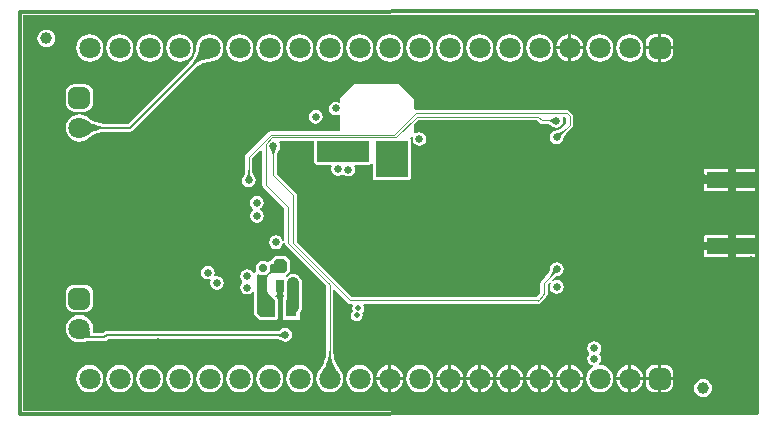
<source format=gbl>
G04*
G04 #@! TF.GenerationSoftware,Altium Limited,Altium Designer,20.2.6 (244)*
G04*
G04 Layer_Physical_Order=4*
G04 Layer_Color=16711680*
%FSLAX43Y43*%
%MOMM*%
G71*
G04*
G04 #@! TF.SameCoordinates,C144CD18-1887-4FAA-AC2B-496F7D53F270*
G04*
G04*
G04 #@! TF.FilePolarity,Positive*
G04*
G01*
G75*
%ADD12C,0.300*%
%ADD14C,0.100*%
%ADD15C,0.150*%
%ADD62R,0.725X1.000*%
%ADD69R,4.200X1.350*%
%ADD72C,1.000*%
%ADD76C,0.700*%
%ADD79C,1.800*%
G04:AMPARAMS|DCode=80|XSize=1.8mm|YSize=1.8mm|CornerRadius=0.45mm|HoleSize=0mm|Usage=FLASHONLY|Rotation=180.000|XOffset=0mm|YOffset=0mm|HoleType=Round|Shape=RoundedRectangle|*
%AMROUNDEDRECTD80*
21,1,1.800,0.900,0,0,180.0*
21,1,0.900,1.800,0,0,180.0*
1,1,0.900,-0.450,0.450*
1,1,0.900,0.450,0.450*
1,1,0.900,0.450,-0.450*
1,1,0.900,-0.450,-0.450*
%
%ADD80ROUNDEDRECTD80*%
G04:AMPARAMS|DCode=81|XSize=1.8mm|YSize=1.8mm|CornerRadius=0.45mm|HoleSize=0mm|Usage=FLASHONLY|Rotation=270.000|XOffset=0mm|YOffset=0mm|HoleType=Round|Shape=RoundedRectangle|*
%AMROUNDEDRECTD81*
21,1,1.800,0.900,0,0,270.0*
21,1,0.900,1.800,0,0,270.0*
1,1,0.900,-0.450,-0.450*
1,1,0.900,-0.450,0.450*
1,1,0.900,0.450,0.450*
1,1,0.900,0.450,-0.450*
%
%ADD81ROUNDEDRECTD81*%
%ADD82C,0.500*%
%ADD84C,0.650*%
%ADD86C,1.000*%
%ADD87R,0.960X1.400*%
G36*
X62264Y3775D02*
X60620D01*
Y2850D01*
Y1925D01*
X62264D01*
X62264Y-1875D01*
X60620D01*
Y-2800D01*
Y-3725D01*
X62264D01*
Y-16725D01*
X243D01*
X243Y16807D01*
X62264D01*
Y3775D01*
D02*
G37*
%LPC*%
G36*
X54580Y15156D02*
X54255D01*
Y14125D01*
X55286D01*
Y14450D01*
X55262Y14633D01*
X55191Y14803D01*
X55079Y14949D01*
X54933Y15061D01*
X54763Y15132D01*
X54580Y15156D01*
D02*
G37*
G36*
X46635Y15143D02*
Y14125D01*
X47653D01*
X47630Y14300D01*
X47515Y14580D01*
X47330Y14820D01*
X47090Y15005D01*
X46810Y15120D01*
X46635Y15143D01*
D02*
G37*
G36*
X46385Y15143D02*
X46210Y15120D01*
X45930Y15005D01*
X45690Y14820D01*
X45505Y14580D01*
X45390Y14300D01*
X45367Y14125D01*
X46385D01*
Y15143D01*
D02*
G37*
G36*
X54005Y15156D02*
X53680D01*
X53497Y15132D01*
X53327Y15061D01*
X53181Y14949D01*
X53069Y14803D01*
X52998Y14633D01*
X52974Y14450D01*
Y14125D01*
X54005D01*
Y15156D01*
D02*
G37*
G36*
X2200Y15556D02*
X2004Y15531D01*
X1822Y15455D01*
X1665Y15335D01*
X1545Y15178D01*
X1469Y14996D01*
X1444Y14800D01*
X1469Y14604D01*
X1545Y14422D01*
X1665Y14265D01*
X1822Y14145D01*
X2004Y14069D01*
X2200Y14044D01*
X2396Y14069D01*
X2578Y14145D01*
X2735Y14265D01*
X2855Y14422D01*
X2931Y14604D01*
X2956Y14800D01*
X2931Y14996D01*
X2855Y15178D01*
X2735Y15335D01*
X2578Y15455D01*
X2396Y15531D01*
X2200Y15556D01*
D02*
G37*
G36*
X47653Y13875D02*
X46635D01*
Y12857D01*
X46810Y12880D01*
X47090Y12995D01*
X47330Y13180D01*
X47515Y13420D01*
X47630Y13700D01*
X47653Y13875D01*
D02*
G37*
G36*
X46385D02*
X45367D01*
X45390Y13700D01*
X45505Y13420D01*
X45690Y13180D01*
X45930Y12995D01*
X46210Y12880D01*
X46385Y12857D01*
Y13875D01*
D02*
G37*
G36*
X55286D02*
X54255D01*
Y12844D01*
X54580D01*
X54763Y12868D01*
X54933Y12939D01*
X55079Y13051D01*
X55191Y13197D01*
X55262Y13367D01*
X55286Y13550D01*
Y13875D01*
D02*
G37*
G36*
X54005D02*
X52974D01*
Y13550D01*
X52998Y13367D01*
X53069Y13197D01*
X53181Y13051D01*
X53327Y12939D01*
X53497Y12868D01*
X53680Y12844D01*
X54005D01*
Y13875D01*
D02*
G37*
G36*
X51590Y15160D02*
X51290Y15120D01*
X51010Y15005D01*
X50770Y14820D01*
X50585Y14580D01*
X50470Y14300D01*
X50430Y14000D01*
X50470Y13700D01*
X50585Y13420D01*
X50770Y13180D01*
X51010Y12995D01*
X51290Y12880D01*
X51590Y12840D01*
X51890Y12880D01*
X52170Y12995D01*
X52410Y13180D01*
X52595Y13420D01*
X52710Y13700D01*
X52750Y14000D01*
X52710Y14300D01*
X52595Y14580D01*
X52410Y14820D01*
X52170Y15005D01*
X51890Y15120D01*
X51590Y15160D01*
D02*
G37*
G36*
X49050D02*
X48750Y15120D01*
X48470Y15005D01*
X48230Y14820D01*
X48045Y14580D01*
X47930Y14300D01*
X47890Y14000D01*
X47930Y13700D01*
X48045Y13420D01*
X48230Y13180D01*
X48470Y12995D01*
X48750Y12880D01*
X49050Y12840D01*
X49350Y12880D01*
X49630Y12995D01*
X49870Y13180D01*
X50055Y13420D01*
X50170Y13700D01*
X50210Y14000D01*
X50170Y14300D01*
X50055Y14580D01*
X49870Y14820D01*
X49630Y15005D01*
X49350Y15120D01*
X49050Y15160D01*
D02*
G37*
G36*
X43970D02*
X43670Y15120D01*
X43390Y15005D01*
X43150Y14820D01*
X42965Y14580D01*
X42850Y14300D01*
X42810Y14000D01*
X42850Y13700D01*
X42965Y13420D01*
X43150Y13180D01*
X43390Y12995D01*
X43670Y12880D01*
X43970Y12840D01*
X44270Y12880D01*
X44550Y12995D01*
X44790Y13180D01*
X44975Y13420D01*
X45090Y13700D01*
X45130Y14000D01*
X45090Y14300D01*
X44975Y14580D01*
X44790Y14820D01*
X44550Y15005D01*
X44270Y15120D01*
X43970Y15160D01*
D02*
G37*
G36*
X41430D02*
X41130Y15120D01*
X40850Y15005D01*
X40610Y14820D01*
X40425Y14580D01*
X40310Y14300D01*
X40270Y14000D01*
X40310Y13700D01*
X40425Y13420D01*
X40610Y13180D01*
X40850Y12995D01*
X41130Y12880D01*
X41430Y12840D01*
X41730Y12880D01*
X42010Y12995D01*
X42250Y13180D01*
X42435Y13420D01*
X42550Y13700D01*
X42590Y14000D01*
X42550Y14300D01*
X42435Y14580D01*
X42250Y14820D01*
X42010Y15005D01*
X41730Y15120D01*
X41430Y15160D01*
D02*
G37*
G36*
X38890D02*
X38590Y15120D01*
X38310Y15005D01*
X38070Y14820D01*
X37885Y14580D01*
X37770Y14300D01*
X37730Y14000D01*
X37770Y13700D01*
X37885Y13420D01*
X38070Y13180D01*
X38310Y12995D01*
X38590Y12880D01*
X38890Y12840D01*
X39190Y12880D01*
X39470Y12995D01*
X39710Y13180D01*
X39895Y13420D01*
X40010Y13700D01*
X40050Y14000D01*
X40010Y14300D01*
X39895Y14580D01*
X39710Y14820D01*
X39470Y15005D01*
X39190Y15120D01*
X38890Y15160D01*
D02*
G37*
G36*
X36350D02*
X36050Y15120D01*
X35770Y15005D01*
X35530Y14820D01*
X35345Y14580D01*
X35230Y14300D01*
X35190Y14000D01*
X35230Y13700D01*
X35345Y13420D01*
X35530Y13180D01*
X35770Y12995D01*
X36050Y12880D01*
X36350Y12840D01*
X36650Y12880D01*
X36930Y12995D01*
X37170Y13180D01*
X37355Y13420D01*
X37470Y13700D01*
X37510Y14000D01*
X37470Y14300D01*
X37355Y14580D01*
X37170Y14820D01*
X36930Y15005D01*
X36650Y15120D01*
X36350Y15160D01*
D02*
G37*
G36*
X33810D02*
X33510Y15120D01*
X33230Y15005D01*
X32990Y14820D01*
X32805Y14580D01*
X32690Y14300D01*
X32650Y14000D01*
X32690Y13700D01*
X32805Y13420D01*
X32990Y13180D01*
X33230Y12995D01*
X33510Y12880D01*
X33810Y12840D01*
X34110Y12880D01*
X34390Y12995D01*
X34630Y13180D01*
X34815Y13420D01*
X34930Y13700D01*
X34970Y14000D01*
X34930Y14300D01*
X34815Y14580D01*
X34630Y14820D01*
X34390Y15005D01*
X34110Y15120D01*
X33810Y15160D01*
D02*
G37*
G36*
X31270D02*
X30970Y15120D01*
X30690Y15005D01*
X30450Y14820D01*
X30265Y14580D01*
X30150Y14300D01*
X30110Y14000D01*
X30150Y13700D01*
X30265Y13420D01*
X30450Y13180D01*
X30690Y12995D01*
X30970Y12880D01*
X31270Y12840D01*
X31570Y12880D01*
X31850Y12995D01*
X32090Y13180D01*
X32275Y13420D01*
X32390Y13700D01*
X32430Y14000D01*
X32390Y14300D01*
X32275Y14580D01*
X32090Y14820D01*
X31850Y15005D01*
X31570Y15120D01*
X31270Y15160D01*
D02*
G37*
G36*
X28730D02*
X28430Y15120D01*
X28150Y15005D01*
X27910Y14820D01*
X27725Y14580D01*
X27610Y14300D01*
X27570Y14000D01*
X27610Y13700D01*
X27725Y13420D01*
X27910Y13180D01*
X28150Y12995D01*
X28430Y12880D01*
X28730Y12840D01*
X29030Y12880D01*
X29310Y12995D01*
X29550Y13180D01*
X29735Y13420D01*
X29850Y13700D01*
X29890Y14000D01*
X29850Y14300D01*
X29735Y14580D01*
X29550Y14820D01*
X29310Y15005D01*
X29030Y15120D01*
X28730Y15160D01*
D02*
G37*
G36*
X26190D02*
X25890Y15120D01*
X25610Y15005D01*
X25370Y14820D01*
X25185Y14580D01*
X25070Y14300D01*
X25030Y14000D01*
X25070Y13700D01*
X25185Y13420D01*
X25370Y13180D01*
X25610Y12995D01*
X25890Y12880D01*
X26190Y12840D01*
X26490Y12880D01*
X26770Y12995D01*
X27010Y13180D01*
X27195Y13420D01*
X27310Y13700D01*
X27350Y14000D01*
X27310Y14300D01*
X27195Y14580D01*
X27010Y14820D01*
X26770Y15005D01*
X26490Y15120D01*
X26190Y15160D01*
D02*
G37*
G36*
X23650D02*
X23350Y15120D01*
X23070Y15005D01*
X22830Y14820D01*
X22645Y14580D01*
X22530Y14300D01*
X22490Y14000D01*
X22530Y13700D01*
X22645Y13420D01*
X22830Y13180D01*
X23070Y12995D01*
X23350Y12880D01*
X23650Y12840D01*
X23950Y12880D01*
X24230Y12995D01*
X24470Y13180D01*
X24655Y13420D01*
X24770Y13700D01*
X24810Y14000D01*
X24770Y14300D01*
X24655Y14580D01*
X24470Y14820D01*
X24230Y15005D01*
X23950Y15120D01*
X23650Y15160D01*
D02*
G37*
G36*
X21110D02*
X20810Y15120D01*
X20530Y15005D01*
X20290Y14820D01*
X20105Y14580D01*
X19990Y14300D01*
X19950Y14000D01*
X19990Y13700D01*
X20105Y13420D01*
X20290Y13180D01*
X20530Y12995D01*
X20810Y12880D01*
X21110Y12840D01*
X21410Y12880D01*
X21690Y12995D01*
X21930Y13180D01*
X22115Y13420D01*
X22230Y13700D01*
X22270Y14000D01*
X22230Y14300D01*
X22115Y14580D01*
X21930Y14820D01*
X21690Y15005D01*
X21410Y15120D01*
X21110Y15160D01*
D02*
G37*
G36*
X18570D02*
X18270Y15120D01*
X17990Y15005D01*
X17750Y14820D01*
X17565Y14580D01*
X17450Y14300D01*
X17410Y14000D01*
X17450Y13700D01*
X17565Y13420D01*
X17750Y13180D01*
X17990Y12995D01*
X18270Y12880D01*
X18570Y12840D01*
X18870Y12880D01*
X19150Y12995D01*
X19390Y13180D01*
X19575Y13420D01*
X19690Y13700D01*
X19730Y14000D01*
X19690Y14300D01*
X19575Y14580D01*
X19390Y14820D01*
X19150Y15005D01*
X18870Y15120D01*
X18570Y15160D01*
D02*
G37*
G36*
X13490D02*
X13190Y15120D01*
X12910Y15005D01*
X12670Y14820D01*
X12485Y14580D01*
X12370Y14300D01*
X12330Y14000D01*
X12370Y13700D01*
X12485Y13420D01*
X12670Y13180D01*
X12910Y12995D01*
X13190Y12880D01*
X13490Y12840D01*
X13790Y12880D01*
X14070Y12995D01*
X14310Y13180D01*
X14495Y13420D01*
X14610Y13700D01*
X14650Y14000D01*
X14610Y14300D01*
X14495Y14580D01*
X14310Y14820D01*
X14070Y15005D01*
X13790Y15120D01*
X13490Y15160D01*
D02*
G37*
G36*
X10950D02*
X10650Y15120D01*
X10370Y15005D01*
X10130Y14820D01*
X9945Y14580D01*
X9830Y14300D01*
X9790Y14000D01*
X9830Y13700D01*
X9945Y13420D01*
X10130Y13180D01*
X10370Y12995D01*
X10650Y12880D01*
X10950Y12840D01*
X11250Y12880D01*
X11530Y12995D01*
X11770Y13180D01*
X11955Y13420D01*
X12070Y13700D01*
X12110Y14000D01*
X12070Y14300D01*
X11955Y14580D01*
X11770Y14820D01*
X11530Y15005D01*
X11250Y15120D01*
X10950Y15160D01*
D02*
G37*
G36*
X8410D02*
X8110Y15120D01*
X7830Y15005D01*
X7590Y14820D01*
X7405Y14580D01*
X7290Y14300D01*
X7250Y14000D01*
X7290Y13700D01*
X7405Y13420D01*
X7590Y13180D01*
X7830Y12995D01*
X8110Y12880D01*
X8410Y12840D01*
X8710Y12880D01*
X8990Y12995D01*
X9230Y13180D01*
X9415Y13420D01*
X9530Y13700D01*
X9570Y14000D01*
X9530Y14300D01*
X9415Y14580D01*
X9230Y14820D01*
X8990Y15005D01*
X8710Y15120D01*
X8410Y15160D01*
D02*
G37*
G36*
X5870D02*
X5570Y15120D01*
X5290Y15005D01*
X5050Y14820D01*
X4865Y14580D01*
X4750Y14300D01*
X4710Y14000D01*
X4750Y13700D01*
X4865Y13420D01*
X5050Y13180D01*
X5290Y12995D01*
X5570Y12880D01*
X5870Y12840D01*
X6170Y12880D01*
X6450Y12995D01*
X6690Y13180D01*
X6875Y13420D01*
X6990Y13700D01*
X7030Y14000D01*
X6990Y14300D01*
X6875Y14580D01*
X6690Y14820D01*
X6450Y15005D01*
X6170Y15120D01*
X5870Y15160D01*
D02*
G37*
G36*
X28254Y10963D02*
X27087Y9796D01*
Y9434D01*
X26981Y9378D01*
X26923Y9417D01*
X26698Y9461D01*
X26474Y9417D01*
X26284Y9290D01*
X26157Y9099D01*
X26112Y8875D01*
X26157Y8651D01*
X26284Y8460D01*
X26474Y8333D01*
X26698Y8289D01*
X26923Y8333D01*
X26981Y8372D01*
X27087Y8316D01*
Y6958D01*
X21224D01*
X21224Y6958D01*
X21107Y6935D01*
X21008Y6869D01*
X19121Y4982D01*
X19055Y4883D01*
X19032Y4766D01*
X19032Y4766D01*
Y3598D01*
X19031Y3569D01*
X19026Y3507D01*
X19019Y3450D01*
X19008Y3398D01*
X18996Y3351D01*
X18981Y3309D01*
X18964Y3270D01*
X18945Y3236D01*
X18930Y3213D01*
X18923Y3208D01*
X18903Y3178D01*
X18895Y3168D01*
X18890Y3159D01*
X18796Y3018D01*
X18752Y2794D01*
X18796Y2569D01*
X18923Y2379D01*
X19113Y2252D01*
X19338Y2208D01*
X19562Y2252D01*
X19752Y2379D01*
X19879Y2569D01*
X19924Y2794D01*
X19879Y3018D01*
X19785Y3159D01*
X19781Y3168D01*
X19773Y3178D01*
X19752Y3208D01*
X19746Y3213D01*
X19730Y3236D01*
X19712Y3270D01*
X19695Y3309D01*
X19680Y3351D01*
X19667Y3398D01*
X19657Y3450D01*
X19649Y3507D01*
X19644Y3569D01*
X19644Y3598D01*
Y4639D01*
X20364Y5359D01*
X20475Y5313D01*
Y2429D01*
X20475Y2429D01*
X20498Y2312D01*
X20564Y2213D01*
X22346Y431D01*
Y-2329D01*
X22346Y-2397D01*
X22226Y-2409D01*
X22213Y-2341D01*
X22190Y-2228D01*
X22063Y-2038D01*
X21873Y-1911D01*
X21649Y-1866D01*
X21424Y-1911D01*
X21234Y-2038D01*
X21107Y-2228D01*
X21063Y-2453D01*
X21107Y-2677D01*
X21234Y-2867D01*
X21424Y-2994D01*
X21649Y-3039D01*
X21873Y-2994D01*
X22063Y-2867D01*
X22190Y-2677D01*
X22221Y-2523D01*
X22235Y-2453D01*
X22349Y-2448D01*
X22376Y-2581D01*
X22464Y-2713D01*
X22465Y-2712D01*
X25884Y-6131D01*
Y-11689D01*
X25879Y-11849D01*
X25862Y-12029D01*
X25834Y-12202D01*
X25794Y-12368D01*
X25743Y-12528D01*
X25682Y-12681D01*
X25609Y-12828D01*
X25525Y-12970D01*
X25430Y-13106D01*
X25317Y-13244D01*
X25309Y-13259D01*
X25185Y-13420D01*
X25070Y-13700D01*
X25030Y-14000D01*
X25070Y-14300D01*
X25185Y-14580D01*
X25370Y-14820D01*
X25610Y-15005D01*
X25890Y-15120D01*
X26190Y-15160D01*
X26490Y-15120D01*
X26770Y-15005D01*
X27010Y-14820D01*
X27195Y-14580D01*
X27310Y-14300D01*
X27350Y-14000D01*
X27310Y-13700D01*
X27195Y-13420D01*
X27071Y-13259D01*
X27063Y-13244D01*
X26950Y-13106D01*
X26855Y-12970D01*
X26771Y-12828D01*
X26698Y-12681D01*
X26637Y-12528D01*
X26586Y-12368D01*
X26546Y-12202D01*
X26518Y-12029D01*
X26501Y-11849D01*
X26496Y-11689D01*
Y-6528D01*
X26607Y-6482D01*
X27696Y-7571D01*
X27696Y-7571D01*
X27695Y-7573D01*
X27827Y-7661D01*
X27983Y-7692D01*
Y-7692D01*
X28096Y-7708D01*
X28151Y-7810D01*
X28119Y-7858D01*
X28080Y-8053D01*
X28119Y-8248D01*
X28133Y-8270D01*
X28123Y-8277D01*
X28013Y-8442D01*
X27974Y-8637D01*
X28013Y-8832D01*
X28123Y-8998D01*
X28289Y-9108D01*
X28484Y-9147D01*
X28679Y-9108D01*
X28844Y-8998D01*
X28955Y-8832D01*
X28994Y-8637D01*
X28955Y-8442D01*
X28940Y-8421D01*
X28950Y-8414D01*
X29061Y-8248D01*
X29100Y-8053D01*
X29061Y-7858D01*
X29029Y-7810D01*
X29093Y-7690D01*
X43777D01*
X43791Y-7693D01*
X43908Y-7670D01*
X44008Y-7604D01*
X44521Y-7090D01*
X44521Y-7090D01*
X44523Y-7091D01*
X44611Y-6959D01*
X44642Y-6803D01*
X44642D01*
X44640Y-6683D01*
X44640Y-6019D01*
X44836Y-5824D01*
X44836Y-5824D01*
X44840Y-5819D01*
X44933Y-5896D01*
X44860Y-6005D01*
X44816Y-6230D01*
X44860Y-6454D01*
X44987Y-6644D01*
X45177Y-6771D01*
X45402Y-6816D01*
X45626Y-6771D01*
X45816Y-6644D01*
X45943Y-6454D01*
X45988Y-6230D01*
X45943Y-6005D01*
X45816Y-5815D01*
X45626Y-5688D01*
X45402Y-5643D01*
X45177Y-5688D01*
X45068Y-5761D01*
X44991Y-5668D01*
X45122Y-5537D01*
X45134Y-5526D01*
X45240Y-5434D01*
X45284Y-5401D01*
X45328Y-5372D01*
X45368Y-5348D01*
X45403Y-5331D01*
X45435Y-5318D01*
X45462Y-5309D01*
X45497Y-5302D01*
X45518Y-5293D01*
X45623Y-5273D01*
X45813Y-5145D01*
X45940Y-4955D01*
X45985Y-4731D01*
X45940Y-4507D01*
X45813Y-4316D01*
X45623Y-4189D01*
X45398Y-4145D01*
X45174Y-4189D01*
X44984Y-4316D01*
X44857Y-4507D01*
X44812Y-4731D01*
X44818Y-4760D01*
X44817Y-4787D01*
X44813Y-4832D01*
X44804Y-4875D01*
X44792Y-4917D01*
X44777Y-4958D01*
X44758Y-4998D01*
X44734Y-5039D01*
X44706Y-5079D01*
X44673Y-5120D01*
X44652Y-5143D01*
X44453Y-5341D01*
X44453Y-5341D01*
X44403Y-5391D01*
X44403Y-5391D01*
X44147Y-5647D01*
X44147Y-5647D01*
X44146Y-5646D01*
X44057Y-5778D01*
X44026Y-5934D01*
X44028D01*
X44028Y-6718D01*
X43668Y-7078D01*
X28068D01*
X23413Y-2423D01*
Y1526D01*
X23390Y1643D01*
X23323Y1743D01*
X23323Y1743D01*
X21726Y3340D01*
Y4851D01*
X21727Y4880D01*
X21731Y4942D01*
X21739Y4998D01*
X21750Y5050D01*
X21762Y5097D01*
X21777Y5139D01*
X21795Y5178D01*
X21814Y5212D01*
X21830Y5237D01*
X21837Y5242D01*
X21858Y5273D01*
X21865Y5280D01*
X21868Y5288D01*
X21965Y5432D01*
X22009Y5656D01*
X21965Y5880D01*
X21880Y6007D01*
X21944Y6127D01*
X24897D01*
X24897Y4369D01*
X24916Y4271D01*
X24971Y4188D01*
X25054Y4133D01*
X25151Y4114D01*
X26319D01*
X26376Y4008D01*
X26351Y3971D01*
X26307Y3747D01*
X26351Y3523D01*
X26478Y3332D01*
X26668Y3205D01*
X26893Y3161D01*
X27117Y3205D01*
X27221Y3275D01*
X27356Y3290D01*
X27546Y3163D01*
X27770Y3118D01*
X27995Y3163D01*
X28185Y3290D01*
X28312Y3480D01*
X28356Y3705D01*
X28312Y3929D01*
X28259Y4008D01*
X28316Y4114D01*
X29516D01*
X29614Y4133D01*
X29692Y4185D01*
X29718Y4180D01*
X29812Y4145D01*
Y3095D01*
X29831Y2997D01*
X29887Y2915D01*
X29969Y2859D01*
X30067Y2840D01*
X32801D01*
X32899Y2859D01*
X32981Y2915D01*
X33037Y2997D01*
X33056Y3095D01*
Y6157D01*
X33037Y6255D01*
X32981Y6337D01*
X32981Y6344D01*
X33120Y6484D01*
X33231Y6425D01*
X33204Y6287D01*
X33248Y6063D01*
X33375Y5873D01*
X33566Y5746D01*
X33790Y5701D01*
X34014Y5746D01*
X34204Y5873D01*
X34332Y6063D01*
X34376Y6287D01*
X34332Y6512D01*
X34204Y6702D01*
X34014Y6829D01*
X33790Y6874D01*
X33566Y6829D01*
X33464Y6761D01*
X33344Y6825D01*
X33344Y7528D01*
X33689Y7874D01*
X43714D01*
X43944Y7644D01*
X43944Y7644D01*
X44043Y7578D01*
X44160Y7554D01*
X44160Y7554D01*
X44555D01*
X44586Y7553D01*
X44644Y7548D01*
X44698Y7540D01*
X44747Y7529D01*
X44793Y7516D01*
X44835Y7500D01*
X44873Y7481D01*
X44908Y7460D01*
X44941Y7437D01*
X44942Y7435D01*
X44952Y7420D01*
X45142Y7293D01*
X45367Y7249D01*
X45591Y7293D01*
X45781Y7420D01*
X45908Y7611D01*
X45953Y7835D01*
X45913Y8034D01*
X45978Y8154D01*
X46138D01*
X46206Y8086D01*
Y7630D01*
X45791Y7214D01*
X45768Y7193D01*
X45724Y7156D01*
X45681Y7125D01*
X45639Y7099D01*
X45598Y7077D01*
X45557Y7060D01*
X45516Y7046D01*
X45475Y7037D01*
X45434Y7030D01*
X45426Y7030D01*
X45405Y7034D01*
X45180Y6989D01*
X44990Y6862D01*
X44863Y6672D01*
X44819Y6448D01*
X44863Y6223D01*
X44990Y6033D01*
X45180Y5906D01*
X45405Y5861D01*
X45629Y5906D01*
X45819Y6033D01*
X45946Y6223D01*
X45972Y6352D01*
X45980Y6373D01*
X45986Y6414D01*
X45994Y6445D01*
X46006Y6480D01*
X46023Y6517D01*
X46045Y6557D01*
X46072Y6600D01*
X46102Y6643D01*
X46188Y6746D01*
X46204Y6762D01*
X46728Y7287D01*
X46728Y7287D01*
X46795Y7386D01*
X46818Y7503D01*
Y8213D01*
X46795Y8330D01*
X46728Y8429D01*
X46481Y8676D01*
X46382Y8743D01*
X46265Y8766D01*
X46265Y8766D01*
X33479D01*
X33479Y8766D01*
X33464Y8763D01*
X33344Y8861D01*
X33344Y9657D01*
X32038Y10963D01*
X28254Y10963D01*
D02*
G37*
G36*
X5450Y10926D02*
X4550D01*
X4367Y10902D01*
X4197Y10831D01*
X4051Y10719D01*
X3939Y10573D01*
X3868Y10403D01*
X3844Y10220D01*
Y9320D01*
X3868Y9137D01*
X3939Y8967D01*
X4051Y8821D01*
X4197Y8709D01*
X4367Y8638D01*
X4550Y8614D01*
X5450D01*
X5633Y8638D01*
X5803Y8709D01*
X5949Y8821D01*
X6061Y8967D01*
X6132Y9137D01*
X6156Y9320D01*
Y10220D01*
X6132Y10403D01*
X6061Y10573D01*
X5949Y10719D01*
X5803Y10831D01*
X5633Y10902D01*
X5450Y10926D01*
D02*
G37*
G36*
X24998Y8773D02*
X24773Y8728D01*
X24583Y8601D01*
X24456Y8411D01*
X24411Y8187D01*
X24456Y7962D01*
X24583Y7772D01*
X24773Y7645D01*
X24998Y7600D01*
X25222Y7645D01*
X25412Y7772D01*
X25539Y7962D01*
X25584Y8187D01*
X25539Y8411D01*
X25412Y8601D01*
X25222Y8728D01*
X24998Y8773D01*
D02*
G37*
G36*
X16030Y15160D02*
X15730Y15120D01*
X15450Y15005D01*
X15210Y14820D01*
X15025Y14580D01*
X14910Y14300D01*
X14883Y14100D01*
X14878Y14084D01*
X14861Y13914D01*
X14832Y13757D01*
X14791Y13602D01*
X14738Y13451D01*
X14671Y13301D01*
X14593Y13153D01*
X14501Y13008D01*
X14396Y12864D01*
X14277Y12721D01*
X14177Y12615D01*
X9123Y7561D01*
X7290D01*
X7144Y7566D01*
X6959Y7582D01*
X6783Y7610D01*
X6615Y7648D01*
X6455Y7696D01*
X6302Y7755D01*
X6157Y7825D01*
X6019Y7905D01*
X5888Y7996D01*
X5755Y8104D01*
X5740Y8111D01*
X5580Y8235D01*
X5300Y8350D01*
X5000Y8390D01*
X4700Y8350D01*
X4420Y8235D01*
X4180Y8050D01*
X3995Y7810D01*
X3880Y7530D01*
X3840Y7230D01*
X3880Y6930D01*
X3995Y6650D01*
X4180Y6410D01*
X4420Y6225D01*
X4700Y6110D01*
X5000Y6070D01*
X5300Y6110D01*
X5580Y6225D01*
X5740Y6349D01*
X5755Y6356D01*
X5888Y6464D01*
X6019Y6555D01*
X6157Y6635D01*
X6302Y6705D01*
X6455Y6764D01*
X6615Y6812D01*
X6783Y6850D01*
X6959Y6878D01*
X7144Y6894D01*
X7290Y6899D01*
X9260D01*
X9387Y6924D01*
X9494Y6996D01*
X14645Y12147D01*
X14751Y12247D01*
X14894Y12366D01*
X15038Y12471D01*
X15183Y12563D01*
X15331Y12642D01*
X15481Y12708D01*
X15632Y12761D01*
X15787Y12802D01*
X15944Y12831D01*
X16114Y12848D01*
X16130Y12853D01*
X16330Y12880D01*
X16610Y12995D01*
X16850Y13180D01*
X17035Y13420D01*
X17150Y13700D01*
X17190Y14000D01*
X17150Y14300D01*
X17035Y14580D01*
X16850Y14820D01*
X16610Y15005D01*
X16330Y15120D01*
X16030Y15160D01*
D02*
G37*
G36*
X59920Y3775D02*
X57920D01*
Y3200D01*
X59920D01*
Y3775D01*
D02*
G37*
G36*
Y2500D02*
X57920D01*
Y1925D01*
X59920D01*
Y2500D01*
D02*
G37*
G36*
X20015Y1488D02*
X19791Y1444D01*
X19600Y1317D01*
X19473Y1126D01*
X19429Y902D01*
X19473Y678D01*
X19600Y488D01*
X19730Y401D01*
X19733Y259D01*
X19625Y187D01*
X19498Y-3D01*
X19454Y-228D01*
X19498Y-452D01*
X19625Y-642D01*
X19816Y-769D01*
X20040Y-814D01*
X20264Y-769D01*
X20454Y-642D01*
X20581Y-452D01*
X20626Y-228D01*
X20581Y-3D01*
X20454Y187D01*
X20325Y273D01*
X20322Y416D01*
X20429Y488D01*
X20557Y678D01*
X20601Y902D01*
X20557Y1126D01*
X20429Y1317D01*
X20239Y1444D01*
X20015Y1488D01*
D02*
G37*
G36*
X59920Y-1875D02*
X57920D01*
Y-2450D01*
X59920D01*
Y-1875D01*
D02*
G37*
G36*
Y-3150D02*
X57920D01*
Y-3725D01*
X59920D01*
Y-3150D01*
D02*
G37*
G36*
X22312Y-3579D02*
X21703Y-3579D01*
X21605Y-3599D01*
X21523Y-3654D01*
X21304Y-3872D01*
X21249Y-3955D01*
X21249Y-3955D01*
X21236Y-4023D01*
X21193D01*
X21171Y-4027D01*
X21149Y-4027D01*
X21123Y-4037D01*
X21096Y-4042D01*
X21077Y-4055D01*
X21056Y-4063D01*
X21036Y-4082D01*
X21013Y-4097D01*
X20884Y-4132D01*
X20793Y-4071D01*
X20559Y-4024D01*
X20325Y-4071D01*
X20126Y-4203D01*
X20106Y-4223D01*
X19973Y-4422D01*
X19927Y-4656D01*
X19973Y-4890D01*
X19954Y-4966D01*
X19929Y-4979D01*
X19900Y-5003D01*
X19869Y-5024D01*
X19862Y-5034D01*
X19852Y-5042D01*
X19851Y-5046D01*
X19766Y-5063D01*
X19711Y-5054D01*
X19624Y-4923D01*
X19434Y-4795D01*
X19209Y-4751D01*
X18985Y-4795D01*
X18795Y-4923D01*
X18668Y-5113D01*
X18623Y-5337D01*
X18668Y-5561D01*
X18778Y-5726D01*
X18782Y-5867D01*
X18778Y-5870D01*
X18651Y-6060D01*
X18606Y-6285D01*
X18651Y-6509D01*
X18778Y-6699D01*
X18968Y-6826D01*
X19192Y-6871D01*
X19417Y-6826D01*
X19607Y-6699D01*
X19676Y-6596D01*
X19796Y-6632D01*
X19798Y-8470D01*
X19808Y-8518D01*
X19818Y-8567D01*
X19818Y-8567D01*
X19818Y-8567D01*
X19844Y-8607D01*
X19873Y-8650D01*
X20195Y-8972D01*
X20238Y-9000D01*
X20278Y-9027D01*
X20278Y-9027D01*
X20278Y-9027D01*
X20326Y-9037D01*
X20375Y-9046D01*
X21544Y-9046D01*
X21642Y-9027D01*
X21665Y-9011D01*
X21762D01*
Y-8915D01*
X21780Y-8889D01*
X21799Y-8791D01*
Y-7357D01*
X21790Y-7313D01*
X21783Y-7269D01*
X21781Y-7264D01*
X21780Y-7259D01*
X21762Y-7233D01*
Y-7111D01*
X21665D01*
X21558Y-6996D01*
X21607Y-6886D01*
X21706D01*
Y-6136D01*
X22206D01*
Y-6886D01*
X22330D01*
Y-7111D01*
X22207D01*
Y-9011D01*
X23667D01*
Y-8387D01*
X23741Y-8291D01*
X23817Y-8108D01*
X23843Y-7912D01*
Y-5901D01*
X23817Y-5705D01*
X23741Y-5523D01*
X23621Y-5366D01*
X23464Y-5246D01*
X23282Y-5170D01*
X23086Y-5144D01*
X22890Y-5170D01*
X22708Y-5246D01*
X22557Y-5361D01*
X22528Y-5358D01*
X22505Y-5307D01*
X22503Y-5230D01*
X22541Y-5205D01*
X22753Y-4993D01*
X22809Y-4910D01*
X22828Y-4812D01*
X22828Y-4095D01*
X22821Y-4061D01*
X22809Y-3998D01*
X22809Y-3998D01*
Y-3998D01*
X22753Y-3915D01*
X22753Y-3915D01*
X22492Y-3654D01*
X22410Y-3599D01*
X22361Y-3589D01*
X22312Y-3579D01*
D02*
G37*
G36*
X15866Y-4433D02*
X15642Y-4477D01*
X15452Y-4605D01*
X15325Y-4795D01*
X15280Y-5019D01*
X15325Y-5243D01*
X15452Y-5434D01*
X15642Y-5561D01*
X15866Y-5605D01*
X16030Y-5573D01*
X16102Y-5681D01*
X16058Y-5905D01*
X16102Y-6129D01*
X16229Y-6320D01*
X16420Y-6447D01*
X16644Y-6491D01*
X16868Y-6447D01*
X17059Y-6320D01*
X17186Y-6129D01*
X17230Y-5905D01*
X17186Y-5681D01*
X17059Y-5490D01*
X16868Y-5363D01*
X16644Y-5319D01*
X16480Y-5351D01*
X16408Y-5243D01*
X16452Y-5019D01*
X16408Y-4795D01*
X16281Y-4605D01*
X16091Y-4477D01*
X15866Y-4433D01*
D02*
G37*
G36*
X5450Y-6074D02*
X4550D01*
X4367Y-6098D01*
X4197Y-6169D01*
X4051Y-6281D01*
X3939Y-6427D01*
X3868Y-6597D01*
X3844Y-6780D01*
Y-7680D01*
X3868Y-7863D01*
X3939Y-8033D01*
X4051Y-8179D01*
X4197Y-8291D01*
X4367Y-8362D01*
X4550Y-8386D01*
X5450D01*
X5633Y-8362D01*
X5803Y-8291D01*
X5949Y-8179D01*
X6061Y-8033D01*
X6132Y-7863D01*
X6156Y-7680D01*
Y-6780D01*
X6132Y-6597D01*
X6061Y-6427D01*
X5949Y-6281D01*
X5803Y-6169D01*
X5633Y-6098D01*
X5450Y-6074D01*
D02*
G37*
G36*
X5000Y-8610D02*
X4700Y-8650D01*
X4420Y-8765D01*
X4180Y-8950D01*
X3995Y-9190D01*
X3880Y-9470D01*
X3840Y-9770D01*
X3880Y-10070D01*
X3995Y-10350D01*
X4180Y-10590D01*
X4420Y-10775D01*
X4700Y-10890D01*
X5000Y-10930D01*
X5300Y-10890D01*
X5372Y-10861D01*
X5695Y-10832D01*
X5739Y-10840D01*
X7115D01*
X7242Y-10815D01*
X7349Y-10743D01*
X7483Y-10610D01*
X11793D01*
X11826Y-10631D01*
X11952Y-10656D01*
X21688D01*
X21827Y-10666D01*
X21882Y-10674D01*
X21932Y-10684D01*
X21975Y-10695D01*
X22010Y-10707D01*
X22038Y-10719D01*
X22058Y-10730D01*
X22084Y-10748D01*
X22104Y-10757D01*
X22210Y-10828D01*
X22434Y-10873D01*
X22659Y-10828D01*
X22849Y-10701D01*
X22976Y-10511D01*
X23021Y-10286D01*
X22976Y-10062D01*
X22849Y-9872D01*
X22659Y-9745D01*
X22434Y-9700D01*
X22210Y-9745D01*
X22020Y-9872D01*
X22008Y-9889D01*
X22008Y-9889D01*
X21981Y-9909D01*
X21950Y-9927D01*
X21914Y-9943D01*
X21874Y-9958D01*
X21828Y-9970D01*
X21777Y-9981D01*
X21721Y-9989D01*
X21659Y-9993D01*
X21648Y-9994D01*
X12065D01*
X12032Y-9972D01*
X11906Y-9947D01*
X7346D01*
X7219Y-9972D01*
X7111Y-10044D01*
X6978Y-10178D01*
X6136D01*
X6122Y-10060D01*
X6160Y-9770D01*
X6120Y-9470D01*
X6005Y-9190D01*
X5820Y-8950D01*
X5580Y-8765D01*
X5300Y-8650D01*
X5000Y-8610D01*
D02*
G37*
G36*
X51715Y-12857D02*
Y-13875D01*
X52733D01*
X52710Y-13700D01*
X52595Y-13420D01*
X52410Y-13180D01*
X52170Y-12995D01*
X51890Y-12880D01*
X51715Y-12857D01*
D02*
G37*
G36*
X39015D02*
Y-13875D01*
X40033D01*
X40010Y-13700D01*
X39895Y-13420D01*
X39710Y-13180D01*
X39470Y-12995D01*
X39190Y-12880D01*
X39015Y-12857D01*
D02*
G37*
G36*
X31395D02*
Y-13875D01*
X32413D01*
X32390Y-13700D01*
X32275Y-13420D01*
X32090Y-13180D01*
X31850Y-12995D01*
X31570Y-12880D01*
X31395Y-12857D01*
D02*
G37*
G36*
X54580Y-12844D02*
X54255D01*
Y-13875D01*
X55286D01*
Y-13550D01*
X55262Y-13367D01*
X55191Y-13197D01*
X55079Y-13051D01*
X54933Y-12939D01*
X54763Y-12868D01*
X54580Y-12844D01*
D02*
G37*
G36*
X41555Y-12857D02*
Y-13875D01*
X42573D01*
X42550Y-13700D01*
X42435Y-13420D01*
X42250Y-13180D01*
X42010Y-12995D01*
X41730Y-12880D01*
X41555Y-12857D01*
D02*
G37*
G36*
X36475D02*
Y-13875D01*
X37493D01*
X37470Y-13700D01*
X37355Y-13420D01*
X37170Y-13180D01*
X36930Y-12995D01*
X36650Y-12880D01*
X36475Y-12857D01*
D02*
G37*
G36*
X46635D02*
Y-13875D01*
X47653D01*
X47630Y-13700D01*
X47515Y-13420D01*
X47330Y-13180D01*
X47090Y-12995D01*
X46810Y-12880D01*
X46635Y-12857D01*
D02*
G37*
G36*
X44095D02*
Y-13875D01*
X45113D01*
X45090Y-13700D01*
X44975Y-13420D01*
X44790Y-13180D01*
X44550Y-12995D01*
X44270Y-12880D01*
X44095Y-12857D01*
D02*
G37*
G36*
X46385Y-12857D02*
X46210Y-12880D01*
X45930Y-12995D01*
X45690Y-13180D01*
X45505Y-13420D01*
X45390Y-13700D01*
X45367Y-13875D01*
X46385D01*
Y-12857D01*
D02*
G37*
G36*
X43845D02*
X43670Y-12880D01*
X43390Y-12995D01*
X43150Y-13180D01*
X42965Y-13420D01*
X42850Y-13700D01*
X42827Y-13875D01*
X43845D01*
Y-12857D01*
D02*
G37*
G36*
X38765D02*
X38590Y-12880D01*
X38310Y-12995D01*
X38070Y-13180D01*
X37885Y-13420D01*
X37770Y-13700D01*
X37747Y-13875D01*
X38765D01*
Y-12857D01*
D02*
G37*
G36*
X51465D02*
X51290Y-12880D01*
X51010Y-12995D01*
X50770Y-13180D01*
X50585Y-13420D01*
X50470Y-13700D01*
X50447Y-13875D01*
X51465D01*
Y-12857D01*
D02*
G37*
G36*
X36225D02*
X36050Y-12880D01*
X35770Y-12995D01*
X35530Y-13180D01*
X35345Y-13420D01*
X35230Y-13700D01*
X35207Y-13875D01*
X36225D01*
Y-12857D01*
D02*
G37*
G36*
X31145D02*
X30970Y-12880D01*
X30690Y-12995D01*
X30450Y-13180D01*
X30265Y-13420D01*
X30150Y-13700D01*
X30127Y-13875D01*
X31145D01*
Y-12857D01*
D02*
G37*
G36*
X41305D02*
X41130Y-12880D01*
X40850Y-12995D01*
X40610Y-13180D01*
X40425Y-13420D01*
X40310Y-13700D01*
X40287Y-13875D01*
X41305D01*
Y-12857D01*
D02*
G37*
G36*
X54005Y-12844D02*
X53680D01*
X53497Y-12868D01*
X53327Y-12939D01*
X53181Y-13051D01*
X53069Y-13197D01*
X52998Y-13367D01*
X52974Y-13550D01*
Y-13875D01*
X54005D01*
Y-12844D01*
D02*
G37*
G36*
X52733Y-14125D02*
X51715D01*
Y-15143D01*
X51890Y-15120D01*
X52170Y-15005D01*
X52410Y-14820D01*
X52595Y-14580D01*
X52710Y-14300D01*
X52733Y-14125D01*
D02*
G37*
G36*
X42573D02*
X41555D01*
Y-15143D01*
X41730Y-15120D01*
X42010Y-15005D01*
X42250Y-14820D01*
X42435Y-14580D01*
X42550Y-14300D01*
X42573Y-14125D01*
D02*
G37*
G36*
X40033D02*
X39015D01*
Y-15143D01*
X39190Y-15120D01*
X39470Y-15005D01*
X39710Y-14820D01*
X39895Y-14580D01*
X40010Y-14300D01*
X40033Y-14125D01*
D02*
G37*
G36*
X37493D02*
X36475D01*
Y-15143D01*
X36650Y-15120D01*
X36930Y-15005D01*
X37170Y-14820D01*
X37355Y-14580D01*
X37470Y-14300D01*
X37493Y-14125D01*
D02*
G37*
G36*
X32413D02*
X31395D01*
Y-15143D01*
X31570Y-15120D01*
X31850Y-15005D01*
X32090Y-14820D01*
X32275Y-14580D01*
X32390Y-14300D01*
X32413Y-14125D01*
D02*
G37*
G36*
X47653D02*
X46635D01*
Y-15143D01*
X46810Y-15120D01*
X47090Y-15005D01*
X47330Y-14820D01*
X47515Y-14580D01*
X47630Y-14300D01*
X47653Y-14125D01*
D02*
G37*
G36*
X45113D02*
X44095D01*
Y-15143D01*
X44270Y-15120D01*
X44550Y-15005D01*
X44790Y-14820D01*
X44975Y-14580D01*
X45090Y-14300D01*
X45113Y-14125D01*
D02*
G37*
G36*
X46385D02*
X45367D01*
X45390Y-14300D01*
X45505Y-14580D01*
X45690Y-14820D01*
X45930Y-15005D01*
X46210Y-15120D01*
X46385Y-15143D01*
Y-14125D01*
D02*
G37*
G36*
X43845D02*
X42827D01*
X42850Y-14300D01*
X42965Y-14580D01*
X43150Y-14820D01*
X43390Y-15005D01*
X43670Y-15120D01*
X43845Y-15143D01*
Y-14125D01*
D02*
G37*
G36*
X51465D02*
X50447D01*
X50470Y-14300D01*
X50585Y-14580D01*
X50770Y-14820D01*
X51010Y-15005D01*
X51290Y-15120D01*
X51465Y-15143D01*
Y-14125D01*
D02*
G37*
G36*
X41305D02*
X40287D01*
X40310Y-14300D01*
X40425Y-14580D01*
X40610Y-14820D01*
X40850Y-15005D01*
X41130Y-15120D01*
X41305Y-15143D01*
Y-14125D01*
D02*
G37*
G36*
X38765D02*
X37747D01*
X37770Y-14300D01*
X37885Y-14580D01*
X38070Y-14820D01*
X38310Y-15005D01*
X38590Y-15120D01*
X38765Y-15143D01*
Y-14125D01*
D02*
G37*
G36*
X36225D02*
X35207D01*
X35230Y-14300D01*
X35345Y-14580D01*
X35530Y-14820D01*
X35770Y-15005D01*
X36050Y-15120D01*
X36225Y-15143D01*
Y-14125D01*
D02*
G37*
G36*
X31145D02*
X30127D01*
X30150Y-14300D01*
X30265Y-14580D01*
X30450Y-14820D01*
X30690Y-15005D01*
X30970Y-15120D01*
X31145Y-15143D01*
Y-14125D01*
D02*
G37*
G36*
X55286D02*
X54255D01*
Y-15156D01*
X54580D01*
X54763Y-15132D01*
X54933Y-15061D01*
X55079Y-14949D01*
X55191Y-14803D01*
X55262Y-14633D01*
X55286Y-14450D01*
Y-14125D01*
D02*
G37*
G36*
X54005D02*
X52974D01*
Y-14450D01*
X52998Y-14633D01*
X53069Y-14803D01*
X53181Y-14949D01*
X53327Y-15061D01*
X53497Y-15132D01*
X53680Y-15156D01*
X54005D01*
Y-14125D01*
D02*
G37*
G36*
X48584Y-10846D02*
X48360Y-10890D01*
X48169Y-11018D01*
X48042Y-11208D01*
X47998Y-11432D01*
X48042Y-11656D01*
X48130Y-11788D01*
X48160Y-11876D01*
X48130Y-11965D01*
X48042Y-12096D01*
X47998Y-12320D01*
X48042Y-12545D01*
X48169Y-12735D01*
X48360Y-12862D01*
X48440Y-12878D01*
X48460Y-12958D01*
X48459Y-13004D01*
X48230Y-13180D01*
X48045Y-13420D01*
X47930Y-13700D01*
X47890Y-14000D01*
X47930Y-14300D01*
X48045Y-14580D01*
X48230Y-14820D01*
X48470Y-15005D01*
X48750Y-15120D01*
X49050Y-15160D01*
X49350Y-15120D01*
X49630Y-15005D01*
X49870Y-14820D01*
X50055Y-14580D01*
X50170Y-14300D01*
X50210Y-14000D01*
X50170Y-13700D01*
X50055Y-13420D01*
X49870Y-13180D01*
X49630Y-12995D01*
X49350Y-12880D01*
X49056Y-12841D01*
X49036Y-12812D01*
X49021Y-12782D01*
X49005Y-12725D01*
X49126Y-12545D01*
X49170Y-12320D01*
X49126Y-12096D01*
X49038Y-11965D01*
X49008Y-11876D01*
X49038Y-11788D01*
X49126Y-11656D01*
X49170Y-11432D01*
X49126Y-11208D01*
X48999Y-11018D01*
X48808Y-10890D01*
X48584Y-10846D01*
D02*
G37*
G36*
X33810Y-12840D02*
X33510Y-12880D01*
X33230Y-12995D01*
X32990Y-13180D01*
X32805Y-13420D01*
X32690Y-13700D01*
X32650Y-14000D01*
X32690Y-14300D01*
X32805Y-14580D01*
X32990Y-14820D01*
X33230Y-15005D01*
X33510Y-15120D01*
X33810Y-15160D01*
X34110Y-15120D01*
X34390Y-15005D01*
X34630Y-14820D01*
X34815Y-14580D01*
X34930Y-14300D01*
X34970Y-14000D01*
X34930Y-13700D01*
X34815Y-13420D01*
X34630Y-13180D01*
X34390Y-12995D01*
X34110Y-12880D01*
X33810Y-12840D01*
D02*
G37*
G36*
X28730D02*
X28430Y-12880D01*
X28150Y-12995D01*
X27910Y-13180D01*
X27725Y-13420D01*
X27610Y-13700D01*
X27570Y-14000D01*
X27610Y-14300D01*
X27725Y-14580D01*
X27910Y-14820D01*
X28150Y-15005D01*
X28430Y-15120D01*
X28730Y-15160D01*
X29030Y-15120D01*
X29310Y-15005D01*
X29550Y-14820D01*
X29735Y-14580D01*
X29850Y-14300D01*
X29890Y-14000D01*
X29850Y-13700D01*
X29735Y-13420D01*
X29550Y-13180D01*
X29310Y-12995D01*
X29030Y-12880D01*
X28730Y-12840D01*
D02*
G37*
G36*
X23650D02*
X23350Y-12880D01*
X23070Y-12995D01*
X22830Y-13180D01*
X22645Y-13420D01*
X22530Y-13700D01*
X22490Y-14000D01*
X22530Y-14300D01*
X22645Y-14580D01*
X22830Y-14820D01*
X23070Y-15005D01*
X23350Y-15120D01*
X23650Y-15160D01*
X23950Y-15120D01*
X24230Y-15005D01*
X24470Y-14820D01*
X24655Y-14580D01*
X24770Y-14300D01*
X24810Y-14000D01*
X24770Y-13700D01*
X24655Y-13420D01*
X24470Y-13180D01*
X24230Y-12995D01*
X23950Y-12880D01*
X23650Y-12840D01*
D02*
G37*
G36*
X21110D02*
X20810Y-12880D01*
X20530Y-12995D01*
X20290Y-13180D01*
X20105Y-13420D01*
X19990Y-13700D01*
X19950Y-14000D01*
X19990Y-14300D01*
X20105Y-14580D01*
X20290Y-14820D01*
X20530Y-15005D01*
X20810Y-15120D01*
X21110Y-15160D01*
X21410Y-15120D01*
X21690Y-15005D01*
X21930Y-14820D01*
X22115Y-14580D01*
X22230Y-14300D01*
X22270Y-14000D01*
X22230Y-13700D01*
X22115Y-13420D01*
X21930Y-13180D01*
X21690Y-12995D01*
X21410Y-12880D01*
X21110Y-12840D01*
D02*
G37*
G36*
X18570D02*
X18270Y-12880D01*
X17990Y-12995D01*
X17750Y-13180D01*
X17565Y-13420D01*
X17450Y-13700D01*
X17410Y-14000D01*
X17450Y-14300D01*
X17565Y-14580D01*
X17750Y-14820D01*
X17990Y-15005D01*
X18270Y-15120D01*
X18570Y-15160D01*
X18870Y-15120D01*
X19150Y-15005D01*
X19390Y-14820D01*
X19575Y-14580D01*
X19690Y-14300D01*
X19730Y-14000D01*
X19690Y-13700D01*
X19575Y-13420D01*
X19390Y-13180D01*
X19150Y-12995D01*
X18870Y-12880D01*
X18570Y-12840D01*
D02*
G37*
G36*
X16030D02*
X15730Y-12880D01*
X15450Y-12995D01*
X15210Y-13180D01*
X15025Y-13420D01*
X14910Y-13700D01*
X14870Y-14000D01*
X14910Y-14300D01*
X15025Y-14580D01*
X15210Y-14820D01*
X15450Y-15005D01*
X15730Y-15120D01*
X16030Y-15160D01*
X16330Y-15120D01*
X16610Y-15005D01*
X16850Y-14820D01*
X17035Y-14580D01*
X17150Y-14300D01*
X17190Y-14000D01*
X17150Y-13700D01*
X17035Y-13420D01*
X16850Y-13180D01*
X16610Y-12995D01*
X16330Y-12880D01*
X16030Y-12840D01*
D02*
G37*
G36*
X13490D02*
X13190Y-12880D01*
X12910Y-12995D01*
X12670Y-13180D01*
X12485Y-13420D01*
X12370Y-13700D01*
X12330Y-14000D01*
X12370Y-14300D01*
X12485Y-14580D01*
X12670Y-14820D01*
X12910Y-15005D01*
X13190Y-15120D01*
X13490Y-15160D01*
X13790Y-15120D01*
X14070Y-15005D01*
X14310Y-14820D01*
X14495Y-14580D01*
X14610Y-14300D01*
X14650Y-14000D01*
X14610Y-13700D01*
X14495Y-13420D01*
X14310Y-13180D01*
X14070Y-12995D01*
X13790Y-12880D01*
X13490Y-12840D01*
D02*
G37*
G36*
X10950D02*
X10650Y-12880D01*
X10370Y-12995D01*
X10130Y-13180D01*
X9945Y-13420D01*
X9830Y-13700D01*
X9790Y-14000D01*
X9830Y-14300D01*
X9945Y-14580D01*
X10130Y-14820D01*
X10370Y-15005D01*
X10650Y-15120D01*
X10950Y-15160D01*
X11250Y-15120D01*
X11530Y-15005D01*
X11770Y-14820D01*
X11955Y-14580D01*
X12070Y-14300D01*
X12110Y-14000D01*
X12070Y-13700D01*
X11955Y-13420D01*
X11770Y-13180D01*
X11530Y-12995D01*
X11250Y-12880D01*
X10950Y-12840D01*
D02*
G37*
G36*
X8410D02*
X8110Y-12880D01*
X7830Y-12995D01*
X7590Y-13180D01*
X7405Y-13420D01*
X7290Y-13700D01*
X7250Y-14000D01*
X7290Y-14300D01*
X7405Y-14580D01*
X7590Y-14820D01*
X7830Y-15005D01*
X8110Y-15120D01*
X8410Y-15160D01*
X8710Y-15120D01*
X8990Y-15005D01*
X9230Y-14820D01*
X9415Y-14580D01*
X9530Y-14300D01*
X9570Y-14000D01*
X9530Y-13700D01*
X9415Y-13420D01*
X9230Y-13180D01*
X8990Y-12995D01*
X8710Y-12880D01*
X8410Y-12840D01*
D02*
G37*
G36*
X5870D02*
X5570Y-12880D01*
X5290Y-12995D01*
X5050Y-13180D01*
X4865Y-13420D01*
X4750Y-13700D01*
X4710Y-14000D01*
X4750Y-14300D01*
X4865Y-14580D01*
X5050Y-14820D01*
X5290Y-15005D01*
X5570Y-15120D01*
X5870Y-15160D01*
X6170Y-15120D01*
X6450Y-15005D01*
X6690Y-14820D01*
X6875Y-14580D01*
X6990Y-14300D01*
X7030Y-14000D01*
X6990Y-13700D01*
X6875Y-13420D01*
X6690Y-13180D01*
X6450Y-12995D01*
X6170Y-12880D01*
X5870Y-12840D01*
D02*
G37*
G36*
X57800Y-14044D02*
X57604Y-14069D01*
X57422Y-14145D01*
X57265Y-14265D01*
X57145Y-14422D01*
X57069Y-14604D01*
X57044Y-14800D01*
X57069Y-14996D01*
X57145Y-15178D01*
X57265Y-15335D01*
X57422Y-15455D01*
X57604Y-15531D01*
X57800Y-15556D01*
X57996Y-15531D01*
X58178Y-15455D01*
X58335Y-15335D01*
X58455Y-15178D01*
X58531Y-14996D01*
X58556Y-14800D01*
X58531Y-14604D01*
X58455Y-14422D01*
X58335Y-14265D01*
X58178Y-14145D01*
X57996Y-14069D01*
X57800Y-14044D01*
D02*
G37*
%LPD*%
G36*
X45145Y7597D02*
X45098Y7638D01*
X45047Y7674D01*
X44993Y7706D01*
X44936Y7734D01*
X44876Y7757D01*
X44812Y7776D01*
X44744Y7791D01*
X44674Y7802D01*
X44600Y7808D01*
X44523Y7810D01*
X44531Y7910D01*
X44612Y7912D01*
X44762Y7926D01*
X44832Y7938D01*
X44896Y7954D01*
X44957Y7973D01*
X45014Y7996D01*
X45067Y8022D01*
X45115Y8052D01*
X45160Y8085D01*
X45145Y7597D01*
D02*
G37*
G36*
X46055Y6976D02*
X45998Y6916D01*
X45900Y6799D01*
X45860Y6742D01*
X45824Y6685D01*
X45794Y6630D01*
X45769Y6574D01*
X45750Y6520D01*
X45736Y6466D01*
X45728Y6413D01*
X45398Y6773D01*
X45461Y6777D01*
X45524Y6786D01*
X45586Y6801D01*
X45647Y6821D01*
X45707Y6846D01*
X45766Y6877D01*
X45824Y6914D01*
X45881Y6955D01*
X45937Y7002D01*
X45993Y7054D01*
X46055Y6976D01*
D02*
G37*
G36*
X32801Y3095D02*
X30067D01*
Y6127D01*
X31816D01*
X31816Y6127D01*
X31933Y6150D01*
X31943Y6157D01*
X32801D01*
Y3095D01*
D02*
G37*
G36*
X21666Y5441D02*
X21629Y5394D01*
X21596Y5345D01*
X21566Y5291D01*
X21541Y5234D01*
X21519Y5173D01*
X21501Y5109D01*
X21488Y5041D01*
X21478Y4969D01*
X21472Y4894D01*
X21470Y4815D01*
X21370Y4815D01*
X21368Y4895D01*
X21353Y5043D01*
X21339Y5111D01*
X21322Y5176D01*
X21301Y5237D01*
X21276Y5294D01*
X21247Y5347D01*
X21215Y5397D01*
X21178Y5442D01*
X21666Y5441D01*
D02*
G37*
G36*
X29516Y4369D02*
X25151Y4369D01*
X25151Y6127D01*
X29516D01*
X29516Y4369D01*
D02*
G37*
G36*
X19390Y3556D02*
X19396Y3480D01*
X19405Y3408D01*
X19419Y3340D01*
X19436Y3275D01*
X19458Y3215D01*
X19483Y3158D01*
X19512Y3104D01*
X19545Y3054D01*
X19582Y3008D01*
X19094D01*
X19131Y3054D01*
X19164Y3104D01*
X19193Y3158D01*
X19218Y3215D01*
X19239Y3275D01*
X19257Y3340D01*
X19270Y3408D01*
X19280Y3480D01*
X19286Y3556D01*
X19288Y3635D01*
X19388D01*
X19390Y3556D01*
D02*
G37*
G36*
X45446Y-5052D02*
X45398Y-5062D01*
X45349Y-5077D01*
X45298Y-5098D01*
X45246Y-5124D01*
X45192Y-5156D01*
X45137Y-5193D01*
X45080Y-5236D01*
X44962Y-5338D01*
X44901Y-5397D01*
X44815Y-5341D01*
X44865Y-5288D01*
X44910Y-5233D01*
X44949Y-5176D01*
X44983Y-5118D01*
X45012Y-5058D01*
X45035Y-4997D01*
X45053Y-4934D01*
X45065Y-4869D01*
X45072Y-4804D01*
X45074Y-4736D01*
X45446Y-5052D01*
D02*
G37*
G36*
X26246Y-11865D02*
X26265Y-12062D01*
X26296Y-12252D01*
X26340Y-12436D01*
X26396Y-12614D01*
X26465Y-12785D01*
X26547Y-12950D01*
X26641Y-13108D01*
X26747Y-13260D01*
X26866Y-13406D01*
X25514D01*
X25633Y-13260D01*
X25739Y-13108D01*
X25833Y-12950D01*
X25915Y-12785D01*
X25984Y-12614D01*
X26040Y-12436D01*
X26084Y-12252D01*
X26115Y-12062D01*
X26134Y-11865D01*
X26140Y-11661D01*
X26240D01*
X26246Y-11865D01*
D02*
G37*
G36*
X16088Y13102D02*
X15908Y13083D01*
X15731Y13051D01*
X15557Y13005D01*
X15387Y12945D01*
X15219Y12871D01*
X15055Y12783D01*
X14894Y12682D01*
X14737Y12567D01*
X14582Y12437D01*
X14431Y12295D01*
X14325Y12401D01*
X14467Y12552D01*
X14597Y12707D01*
X14712Y12864D01*
X14813Y13025D01*
X14901Y13189D01*
X14975Y13357D01*
X15035Y13527D01*
X15081Y13701D01*
X15113Y13878D01*
X15132Y14058D01*
X16088Y13102D01*
D02*
G37*
G36*
X5735Y7792D02*
X5883Y7690D01*
X6038Y7599D01*
X6201Y7521D01*
X6372Y7455D01*
X6550Y7401D01*
X6735Y7359D01*
X6928Y7329D01*
X7129Y7311D01*
X7337Y7305D01*
Y7155D01*
X7129Y7149D01*
X6928Y7131D01*
X6735Y7101D01*
X6550Y7059D01*
X6372Y7005D01*
X6201Y6939D01*
X6038Y6861D01*
X5883Y6770D01*
X5735Y6668D01*
X5594Y6554D01*
Y7906D01*
X5735Y7792D01*
D02*
G37*
G36*
X22573Y-4095D02*
X22573Y-4812D01*
X22361Y-5024D01*
X21495Y-5024D01*
X21427Y-5028D01*
X21295Y-5054D01*
X21170Y-5106D01*
X21103Y-5151D01*
X21057Y-5181D01*
X21007Y-5226D01*
X21007Y-5226D01*
X21007Y-5226D01*
X21007Y-5226D01*
X20986Y-5250D01*
X20950Y-5303D01*
X20950Y-5303D01*
X20941Y-5326D01*
X20941Y-5326D01*
X20940Y-5329D01*
X20926Y-5362D01*
X20926Y-5362D01*
X20913Y-5424D01*
X20912Y-5456D01*
X20912Y-5456D01*
X20912Y-5456D01*
X20912Y-6671D01*
X20943Y-6705D01*
Y-6836D01*
X21064Y-6836D01*
X21544Y-7357D01*
Y-8791D01*
X20375Y-8791D01*
X20053Y-8470D01*
X20050Y-5204D01*
X20176Y-5136D01*
X20304Y-5221D01*
X20538Y-5268D01*
X20772Y-5221D01*
X20971Y-5089D01*
X20991Y-5068D01*
X21124Y-4870D01*
X21170Y-4636D01*
X21124Y-4405D01*
X21120Y-4382D01*
X21193Y-4278D01*
X21409D01*
X21485Y-4202D01*
X21485Y-4053D01*
X21703Y-3834D01*
X22312Y-3834D01*
X22573Y-4095D01*
D02*
G37*
G36*
X22231Y-10540D02*
X22194Y-10514D01*
X22150Y-10490D01*
X22102Y-10469D01*
X22048Y-10450D01*
X21988Y-10435D01*
X21924Y-10422D01*
X21853Y-10413D01*
X21696Y-10401D01*
X21610Y-10400D01*
X21591Y-10250D01*
X21672Y-10248D01*
X21748Y-10242D01*
X21820Y-10232D01*
X21888Y-10218D01*
X21952Y-10201D01*
X22012Y-10179D01*
X22067Y-10153D01*
X22119Y-10123D01*
X22166Y-10090D01*
X22209Y-10052D01*
X22231Y-10540D01*
D02*
G37*
G36*
X5913Y-10469D02*
X5880Y-10559D01*
X4869Y-10650D01*
X5788Y-9399D01*
X5913Y-10469D01*
D02*
G37*
D12*
X-9Y17005D02*
X62391Y17098D01*
X-9Y17005D02*
X0Y-17000D01*
X62391Y17098D02*
X62401Y-16907D01*
X0Y-17000D02*
X62401Y-16907D01*
D14*
X27912Y-7355D02*
G03*
X27983Y-7384I71J71D01*
G01*
X23107Y-2508D02*
G03*
X23136Y-2579I100J0D01*
G01*
X22652Y-2425D02*
G03*
X22682Y-2496I100J0D01*
G01*
X26190Y-6045D02*
G03*
X26160Y-5974I-100J0D01*
G01*
X44305Y-6874D02*
G03*
X44334Y-6803I-71J71D01*
G01*
X44364Y-5863D02*
G03*
X44334Y-5934I71J-71D01*
G01*
X44364Y-5863D02*
X44619Y-5607D01*
X27983Y-7384D02*
Y-7384D01*
X44669Y-5557D02*
X45398Y-4828D01*
X27983Y-7384D02*
X34817D01*
X23136Y-2579D02*
X27912Y-7355D01*
X34817Y-7384D02*
X43788D01*
X23107Y-2508D02*
Y1526D01*
X44619Y-5607D02*
X44669Y-5557D01*
X22682Y-2496D02*
X26160Y-5974D01*
X26190Y-14000D02*
Y-6045D01*
X22652Y-2425D02*
Y557D01*
X21420Y3213D02*
X23107Y1526D01*
X21420Y3213D02*
Y5659D01*
X43791Y-7387D02*
X44305Y-6874D01*
X44334Y-6803D02*
X44334Y-5934D01*
X44160Y7860D02*
X45342D01*
X33479Y8460D02*
X46265D01*
X45342Y7860D02*
X45367Y7835D01*
X46265Y8460D02*
X46512Y8213D01*
X31671Y6653D02*
X33479Y8460D01*
X45398Y-4828D02*
Y-4731D01*
X21224Y6653D02*
X31671D01*
X21316Y6433D02*
X31816D01*
X33563Y8180D02*
X43840D01*
X31816Y6433D02*
X33563Y8180D01*
X19338Y2794D02*
Y4766D01*
X21224Y6653D01*
X43840Y8180D02*
X44160Y7860D01*
X20780Y2429D02*
Y5897D01*
Y2429D02*
X22652Y557D01*
X20780Y5897D02*
X21316Y6433D01*
X46512Y7503D02*
Y8213D01*
X45457Y6448D02*
X46512Y7503D01*
X45405Y6448D02*
X45457D01*
D15*
X7346Y-10278D02*
X11906D01*
X7115Y-10509D02*
X7346Y-10278D01*
X11952Y-10325D02*
X22300D01*
X11906Y-10278D02*
X11952Y-10325D01*
X5739Y-10509D02*
X7115D01*
X5000Y-9770D02*
X5739Y-10509D01*
X5000Y7230D02*
X9260D01*
X16030Y14000D01*
D62*
X20531Y-6136D02*
D03*
X21956D02*
D03*
D69*
X60270Y-2800D02*
D03*
Y2850D02*
D03*
D72*
X57800Y-14800D02*
D03*
X2200Y14800D02*
D03*
D76*
X20546Y-4648D02*
X20559Y-4636D01*
X20538Y-4656D02*
X20546Y-4648D01*
X20531Y-6136D02*
X20538Y-6128D01*
X20529Y-6138D02*
X20531Y-6136D01*
D79*
X5870Y14000D02*
D03*
X8410D02*
D03*
X10950D02*
D03*
X13490D02*
D03*
X16030D02*
D03*
X18570D02*
D03*
X21110D02*
D03*
X23650D02*
D03*
X26190D02*
D03*
X28730D02*
D03*
X31270D02*
D03*
X33810D02*
D03*
X36350D02*
D03*
X38890D02*
D03*
X41430D02*
D03*
X43970D02*
D03*
X46510D02*
D03*
X49050D02*
D03*
X51590D02*
D03*
X5000Y-9770D02*
D03*
Y7230D02*
D03*
X51590Y-14000D02*
D03*
X49050D02*
D03*
X46510D02*
D03*
X43970D02*
D03*
X41430D02*
D03*
X38890D02*
D03*
X36350D02*
D03*
X33810D02*
D03*
X31270D02*
D03*
X28730D02*
D03*
X26190D02*
D03*
X23650D02*
D03*
X21110D02*
D03*
X18570D02*
D03*
X16030D02*
D03*
X13490D02*
D03*
X10950D02*
D03*
X8410D02*
D03*
X5870D02*
D03*
D80*
X54130Y14000D02*
D03*
Y-14000D02*
D03*
D81*
X5000Y-7230D02*
D03*
Y9770D02*
D03*
D82*
X46273Y-563D02*
D03*
X39412Y10849D02*
D03*
X41904Y10854D02*
D03*
X38788Y10849D02*
D03*
X41281D02*
D03*
X38165D02*
D03*
X40658D02*
D03*
X37542D02*
D03*
X40035D02*
D03*
X43150Y10858D02*
D03*
X45643D02*
D03*
X45020D02*
D03*
X44397D02*
D03*
X42527D02*
D03*
X43773D02*
D03*
X46266D02*
D03*
X48135Y10859D02*
D03*
X46889D02*
D03*
X48759D02*
D03*
X47512D02*
D03*
X61009Y15043D02*
D03*
X60559Y14143D02*
D03*
X61009Y13243D02*
D03*
X60559Y12343D02*
D03*
X61009Y11443D02*
D03*
X60559Y10543D02*
D03*
X61009Y9643D02*
D03*
X60559Y8743D02*
D03*
X61009Y7843D02*
D03*
X60559Y6943D02*
D03*
X61009Y6043D02*
D03*
X60559Y5143D02*
D03*
X61009Y4243D02*
D03*
Y-4757D02*
D03*
X60559Y-5657D02*
D03*
X61009Y-6557D02*
D03*
X60559Y-7457D02*
D03*
X61009Y-8357D02*
D03*
X60559Y-9257D02*
D03*
X61009Y-10157D02*
D03*
X60559Y-11057D02*
D03*
X61009Y-11957D02*
D03*
X60559Y-12857D02*
D03*
X61009Y-13757D02*
D03*
X60559Y-14657D02*
D03*
X61009Y-15557D02*
D03*
X60109Y15043D02*
D03*
X59659Y14143D02*
D03*
X60109Y13243D02*
D03*
X59659Y12343D02*
D03*
X60109Y11443D02*
D03*
X59659Y10543D02*
D03*
X60109Y9643D02*
D03*
X59659Y8743D02*
D03*
X60109Y7843D02*
D03*
X59659Y6943D02*
D03*
X60109Y6043D02*
D03*
X59659Y5143D02*
D03*
X60109Y4243D02*
D03*
Y-4757D02*
D03*
X59659Y-5657D02*
D03*
X60109Y-6557D02*
D03*
X59659Y-7457D02*
D03*
X60109Y-8357D02*
D03*
X59659Y-9257D02*
D03*
X60109Y-10157D02*
D03*
X59659Y-11057D02*
D03*
X60109Y-11957D02*
D03*
X59659Y-12857D02*
D03*
X60109Y-13757D02*
D03*
X59659Y-14657D02*
D03*
X60109Y-15557D02*
D03*
X59209Y15043D02*
D03*
X58759Y14143D02*
D03*
X59209Y13243D02*
D03*
X58759Y12343D02*
D03*
X59209Y11443D02*
D03*
X58759Y10543D02*
D03*
X59209Y9643D02*
D03*
X58759Y8743D02*
D03*
X59209Y7843D02*
D03*
X58759Y6943D02*
D03*
X59209Y6043D02*
D03*
X58759Y5143D02*
D03*
X59209Y4243D02*
D03*
Y-4757D02*
D03*
X58759Y-5657D02*
D03*
X59209Y-6557D02*
D03*
X58759Y-7457D02*
D03*
X59209Y-8357D02*
D03*
X58759Y-9257D02*
D03*
X59209Y-10157D02*
D03*
X58759Y-11057D02*
D03*
X59209Y-11957D02*
D03*
X58759Y-12857D02*
D03*
X59209Y-15557D02*
D03*
X58309Y15043D02*
D03*
X57859Y14143D02*
D03*
X58309Y13243D02*
D03*
X57859Y12343D02*
D03*
X58309Y11443D02*
D03*
X57859Y10543D02*
D03*
X58309Y9643D02*
D03*
X57859Y8743D02*
D03*
X58309Y7843D02*
D03*
X57859Y6943D02*
D03*
X58309Y6043D02*
D03*
X57859Y5143D02*
D03*
X58309Y4243D02*
D03*
Y-4757D02*
D03*
X57859Y-5657D02*
D03*
X58309Y-6557D02*
D03*
X57859Y-7457D02*
D03*
X58309Y-8357D02*
D03*
X57859Y-9257D02*
D03*
X58309Y-10157D02*
D03*
X57859Y-11057D02*
D03*
X58309Y-11957D02*
D03*
X57859Y-12857D02*
D03*
X58309Y-13757D02*
D03*
X57409Y15043D02*
D03*
X56959Y14143D02*
D03*
X57409Y13243D02*
D03*
X56959Y12343D02*
D03*
X57409Y11443D02*
D03*
X56959Y10543D02*
D03*
X57409Y9643D02*
D03*
X56959Y8743D02*
D03*
X57409Y7843D02*
D03*
X56959Y6943D02*
D03*
X57409Y6043D02*
D03*
X56959Y5143D02*
D03*
X57409Y4243D02*
D03*
X56959Y3343D02*
D03*
X57409Y-2957D02*
D03*
X56959Y-3857D02*
D03*
X57409Y-4757D02*
D03*
X56959Y-5657D02*
D03*
X57409Y-6557D02*
D03*
X56959Y-7457D02*
D03*
X57409Y-8357D02*
D03*
X56959Y-9257D02*
D03*
X57409Y-10157D02*
D03*
X56959Y-11057D02*
D03*
X57409Y-11957D02*
D03*
X56959Y-12857D02*
D03*
X57409Y-13757D02*
D03*
X56059Y14143D02*
D03*
X56509Y13243D02*
D03*
X56059Y12343D02*
D03*
X56509Y11443D02*
D03*
X56059Y10543D02*
D03*
X56509Y9643D02*
D03*
X56059Y8743D02*
D03*
X56509Y7843D02*
D03*
X56059Y6943D02*
D03*
X56509Y6043D02*
D03*
X56059Y5143D02*
D03*
X56509Y4243D02*
D03*
X56059Y3343D02*
D03*
X56509Y2443D02*
D03*
Y-2957D02*
D03*
X56059Y-3857D02*
D03*
X56509Y-4757D02*
D03*
X56059Y-5657D02*
D03*
X56509Y-6557D02*
D03*
X56059Y-7457D02*
D03*
X56509Y-8357D02*
D03*
X56059Y-9257D02*
D03*
X56509Y-10157D02*
D03*
X56059Y-11057D02*
D03*
X56509Y-11957D02*
D03*
X56059Y-12857D02*
D03*
X56509Y-13757D02*
D03*
X56059Y-14657D02*
D03*
X56509Y-15557D02*
D03*
X55609Y15043D02*
D03*
Y13243D02*
D03*
X55159Y12343D02*
D03*
X55609Y11443D02*
D03*
X55159Y10543D02*
D03*
X55609Y9643D02*
D03*
X55159Y8743D02*
D03*
X55609Y7843D02*
D03*
X55159Y6943D02*
D03*
X55609Y6043D02*
D03*
X55159Y5143D02*
D03*
X55609Y4243D02*
D03*
X55159Y3343D02*
D03*
X55609Y2443D02*
D03*
Y-2957D02*
D03*
X55159Y-3857D02*
D03*
X55609Y-4757D02*
D03*
X55159Y-5657D02*
D03*
X55609Y-6557D02*
D03*
X55159Y-7457D02*
D03*
X55609Y-8357D02*
D03*
X55159Y-9257D02*
D03*
X55609Y-10157D02*
D03*
X55159Y-11057D02*
D03*
X55609Y-11957D02*
D03*
Y-13757D02*
D03*
Y-15557D02*
D03*
X54259Y12343D02*
D03*
X54709Y11443D02*
D03*
X54259Y10543D02*
D03*
X54709Y9643D02*
D03*
X54259Y8743D02*
D03*
X54709Y7843D02*
D03*
X54259Y6943D02*
D03*
X54709Y6043D02*
D03*
X54259Y5143D02*
D03*
X54709Y4243D02*
D03*
X54259Y3343D02*
D03*
X54709Y2443D02*
D03*
Y-2957D02*
D03*
X54259Y-3857D02*
D03*
X54709Y-4757D02*
D03*
X54259Y-5657D02*
D03*
X54709Y-6557D02*
D03*
X54259Y-7457D02*
D03*
X54709Y-8357D02*
D03*
X54259Y-9257D02*
D03*
X54709Y-10157D02*
D03*
X54259Y-11057D02*
D03*
X54709Y-11957D02*
D03*
Y-15557D02*
D03*
X53359Y12343D02*
D03*
X53809Y11443D02*
D03*
X53359Y10543D02*
D03*
X53809Y9643D02*
D03*
X53359Y8743D02*
D03*
X53809Y7843D02*
D03*
X53359Y6943D02*
D03*
X53809Y6043D02*
D03*
X53359Y5143D02*
D03*
X53809Y4243D02*
D03*
X53359Y3343D02*
D03*
X53809Y2443D02*
D03*
Y-2957D02*
D03*
X53359Y-3857D02*
D03*
X53809Y-4757D02*
D03*
X53359Y-5657D02*
D03*
X53809Y-6557D02*
D03*
X53359Y-7457D02*
D03*
X53809Y-8357D02*
D03*
X53359Y-11057D02*
D03*
X53809Y-11957D02*
D03*
Y-15557D02*
D03*
X52909Y15043D02*
D03*
X52459Y12343D02*
D03*
X52909Y11443D02*
D03*
Y9643D02*
D03*
X52459Y8743D02*
D03*
X52909Y7843D02*
D03*
X52459Y6943D02*
D03*
X52909Y6043D02*
D03*
X52459Y5143D02*
D03*
X52909Y4243D02*
D03*
X52459Y3343D02*
D03*
X52909Y2443D02*
D03*
Y-2957D02*
D03*
X52459Y-3857D02*
D03*
X52909Y-4757D02*
D03*
X52459Y-5657D02*
D03*
X52909Y-6557D02*
D03*
X52459Y-7457D02*
D03*
X52909Y-8357D02*
D03*
X52459Y-9257D02*
D03*
Y-11057D02*
D03*
X52909Y-11957D02*
D03*
X52459Y-12857D02*
D03*
X52909Y-15557D02*
D03*
X51559Y12343D02*
D03*
X52009Y11443D02*
D03*
X51559Y10543D02*
D03*
X52009Y9643D02*
D03*
X51559Y8743D02*
D03*
X52009Y7843D02*
D03*
X51559Y6943D02*
D03*
X52009Y6043D02*
D03*
X51559Y5143D02*
D03*
X52009Y4243D02*
D03*
X51559Y3343D02*
D03*
X52009Y2443D02*
D03*
Y-2957D02*
D03*
X51559Y-3857D02*
D03*
X52009Y-4757D02*
D03*
X51559Y-5657D02*
D03*
X52009Y-6557D02*
D03*
X51559Y-7457D02*
D03*
X52009Y-8357D02*
D03*
X51559Y-11057D02*
D03*
X52009Y-15557D02*
D03*
X51109Y11443D02*
D03*
Y9643D02*
D03*
X50659Y8743D02*
D03*
X51109Y7843D02*
D03*
X50659Y6943D02*
D03*
X51109Y6043D02*
D03*
X50659Y5143D02*
D03*
X51109Y4243D02*
D03*
X50659Y3343D02*
D03*
X51109Y2443D02*
D03*
Y-2957D02*
D03*
X50659Y-3857D02*
D03*
X51109Y-4757D02*
D03*
X50659Y-5657D02*
D03*
X51109Y-6557D02*
D03*
X50659Y-7457D02*
D03*
X51109Y-8357D02*
D03*
X50659Y-9257D02*
D03*
Y-12857D02*
D03*
X51109Y-15557D02*
D03*
X50209Y9643D02*
D03*
X49759Y8743D02*
D03*
X50209Y7843D02*
D03*
X49759Y6943D02*
D03*
X50209Y6043D02*
D03*
X49759Y5143D02*
D03*
X50209Y4243D02*
D03*
X49759Y3343D02*
D03*
X50209Y2443D02*
D03*
Y-2957D02*
D03*
X49759Y-3857D02*
D03*
X50209Y-4757D02*
D03*
X49759Y-5657D02*
D03*
X50209Y-6557D02*
D03*
X49759Y-7457D02*
D03*
X50209Y-8357D02*
D03*
X49759Y-9257D02*
D03*
X48859Y12343D02*
D03*
X49309Y9643D02*
D03*
X48859Y8743D02*
D03*
X49309Y7843D02*
D03*
X48859Y6943D02*
D03*
X49309Y6043D02*
D03*
X48859Y5143D02*
D03*
X49309Y4243D02*
D03*
X48859Y3343D02*
D03*
X49309Y-4757D02*
D03*
Y-6557D02*
D03*
X48859Y-7457D02*
D03*
X49309Y-8357D02*
D03*
X48859Y-9257D02*
D03*
X48409Y9643D02*
D03*
X47959Y8743D02*
D03*
X48409Y7843D02*
D03*
X47959Y6943D02*
D03*
X48409Y6043D02*
D03*
X47959Y5143D02*
D03*
X48409Y4243D02*
D03*
X47959Y3343D02*
D03*
X48409Y-6557D02*
D03*
X47959Y-7457D02*
D03*
X48409Y-8357D02*
D03*
X47959Y-9257D02*
D03*
X47509Y15043D02*
D03*
Y9643D02*
D03*
X47059Y8743D02*
D03*
X47509Y-2957D02*
D03*
Y-8357D02*
D03*
X47059Y-9257D02*
D03*
X46159Y12343D02*
D03*
X46609Y9643D02*
D03*
Y-15557D02*
D03*
X45259Y12343D02*
D03*
X45709Y9643D02*
D03*
X45259Y5143D02*
D03*
X45709Y4243D02*
D03*
X45259Y3343D02*
D03*
Y-7457D02*
D03*
Y-9257D02*
D03*
X45709Y-15557D02*
D03*
X44359Y12343D02*
D03*
X44809Y9643D02*
D03*
X44359Y5143D02*
D03*
X44809Y4243D02*
D03*
X44359Y3343D02*
D03*
X44809Y-8357D02*
D03*
X44359Y-9257D02*
D03*
X43459Y12343D02*
D03*
X43909Y9643D02*
D03*
X43459Y6943D02*
D03*
X43909Y6043D02*
D03*
X43459Y5143D02*
D03*
X43909Y4243D02*
D03*
X43459Y3343D02*
D03*
X43909Y-4757D02*
D03*
X43459Y-5657D02*
D03*
X43909Y-8357D02*
D03*
X43459Y-9257D02*
D03*
X43009Y9643D02*
D03*
X42559Y6943D02*
D03*
X43009Y6043D02*
D03*
X42559Y5143D02*
D03*
X43009Y4243D02*
D03*
X42559Y3343D02*
D03*
X43009Y-4757D02*
D03*
X42559Y-5657D02*
D03*
X43009Y-6557D02*
D03*
Y-8357D02*
D03*
X42559Y-9257D02*
D03*
X42109Y9643D02*
D03*
X41659Y6943D02*
D03*
X42109Y6043D02*
D03*
X41659Y5143D02*
D03*
X42109Y4243D02*
D03*
X41659Y3343D02*
D03*
X42109Y-4757D02*
D03*
X41659Y-5657D02*
D03*
X42109Y-6557D02*
D03*
Y-8357D02*
D03*
X41659Y-9257D02*
D03*
X41209Y9643D02*
D03*
X40759Y6943D02*
D03*
X41209Y6043D02*
D03*
X40759Y5143D02*
D03*
X41209Y4243D02*
D03*
X40759Y3343D02*
D03*
X41209Y-4757D02*
D03*
Y-8357D02*
D03*
X40759Y-9257D02*
D03*
X40309Y9643D02*
D03*
X39859Y6943D02*
D03*
X40309Y6043D02*
D03*
X39859Y5143D02*
D03*
X40309Y4243D02*
D03*
X39859Y3343D02*
D03*
X40309Y-4757D02*
D03*
Y-8357D02*
D03*
X39859Y-9257D02*
D03*
X39409Y9643D02*
D03*
Y6043D02*
D03*
X38959Y5143D02*
D03*
X39409Y4243D02*
D03*
Y-4757D02*
D03*
Y-8357D02*
D03*
X38959Y-9257D02*
D03*
X38509Y9643D02*
D03*
X38059Y6943D02*
D03*
X38509Y4243D02*
D03*
Y-4757D02*
D03*
Y-8357D02*
D03*
X38059Y-9257D02*
D03*
X37609Y15043D02*
D03*
Y9643D02*
D03*
X37159Y5143D02*
D03*
X37609Y-4757D02*
D03*
Y-8357D02*
D03*
X37159Y-9257D02*
D03*
X36709Y9643D02*
D03*
Y-4757D02*
D03*
Y-8357D02*
D03*
X36259Y-9257D02*
D03*
X35809Y9643D02*
D03*
X35359Y5143D02*
D03*
X35809Y-4757D02*
D03*
X35359Y-9257D02*
D03*
X34909Y15043D02*
D03*
X34009Y9643D02*
D03*
X28609Y-15557D02*
D03*
X24559Y12343D02*
D03*
X21409Y9643D02*
D03*
X20059Y8743D02*
D03*
Y-12857D02*
D03*
X19609Y9643D02*
D03*
Y7843D02*
D03*
X18708Y9643D02*
D03*
X18259Y8743D02*
D03*
X18708Y7843D02*
D03*
X17809Y9643D02*
D03*
X17358Y8743D02*
D03*
X17809Y6043D02*
D03*
X17358Y5143D02*
D03*
Y3343D02*
D03*
Y1543D02*
D03*
X16909Y9643D02*
D03*
Y7843D02*
D03*
X16458Y6943D02*
D03*
Y5143D02*
D03*
X16909Y2443D02*
D03*
X16458Y1543D02*
D03*
X16008Y9643D02*
D03*
X15559Y8743D02*
D03*
X16008Y7843D02*
D03*
Y4243D02*
D03*
X15559Y3343D02*
D03*
X14658Y8743D02*
D03*
X15108Y6043D02*
D03*
Y4243D02*
D03*
X14658Y3343D02*
D03*
Y-3857D02*
D03*
Y-5657D02*
D03*
Y-7457D02*
D03*
Y-12857D02*
D03*
X13759Y8743D02*
D03*
X14208Y7843D02*
D03*
X13759Y6943D02*
D03*
X14208Y6043D02*
D03*
Y4243D02*
D03*
X13759Y3343D02*
D03*
Y-257D02*
D03*
X14208Y-4757D02*
D03*
X13759Y-5657D02*
D03*
X14208Y-6557D02*
D03*
X13759Y-7457D02*
D03*
X13309Y7843D02*
D03*
Y6043D02*
D03*
X12858Y5143D02*
D03*
Y1543D02*
D03*
X13309Y643D02*
D03*
X12858Y-257D02*
D03*
X13309Y-1157D02*
D03*
X12858Y-2057D02*
D03*
X13309Y-4757D02*
D03*
Y-6557D02*
D03*
X12408Y15043D02*
D03*
Y4243D02*
D03*
Y643D02*
D03*
Y-1157D02*
D03*
Y-2957D02*
D03*
Y-4757D02*
D03*
Y-6557D02*
D03*
X10158Y-11057D02*
D03*
X9708Y15043D02*
D03*
X9259Y-9257D02*
D03*
Y-11057D02*
D03*
X9708Y-11957D02*
D03*
X9259Y-12857D02*
D03*
X8358Y5143D02*
D03*
Y3343D02*
D03*
X8809Y2443D02*
D03*
X8358Y1543D02*
D03*
X8809Y643D02*
D03*
X8358Y-257D02*
D03*
X8809Y-1157D02*
D03*
X8358Y-2057D02*
D03*
X8809Y-2957D02*
D03*
X8358Y-3857D02*
D03*
X8809Y-8357D02*
D03*
X8358Y-9257D02*
D03*
Y-11057D02*
D03*
X8809Y-11957D02*
D03*
X7458Y8743D02*
D03*
Y5143D02*
D03*
X7909Y4243D02*
D03*
X7458Y3343D02*
D03*
X7909Y2443D02*
D03*
X7458Y1543D02*
D03*
X7909Y643D02*
D03*
X7458Y-257D02*
D03*
X7909Y-1157D02*
D03*
X7458Y-2057D02*
D03*
X7909Y-2957D02*
D03*
X7458Y-3857D02*
D03*
Y-5657D02*
D03*
X7909Y-8357D02*
D03*
X7458Y-9257D02*
D03*
Y-11057D02*
D03*
X7909Y-11957D02*
D03*
X7458Y-12857D02*
D03*
X6558Y12343D02*
D03*
Y10543D02*
D03*
Y8743D02*
D03*
X7008Y7843D02*
D03*
X6558Y5143D02*
D03*
X7008Y4243D02*
D03*
X6558Y3343D02*
D03*
X7008Y2443D02*
D03*
X6558Y1543D02*
D03*
X7008Y643D02*
D03*
X6558Y-257D02*
D03*
X7008Y-1157D02*
D03*
X6558Y-2057D02*
D03*
X7008Y-2957D02*
D03*
X6558Y-3857D02*
D03*
X7008Y-6557D02*
D03*
Y-8357D02*
D03*
X6558Y-9257D02*
D03*
X7008Y-11957D02*
D03*
X5659Y12343D02*
D03*
X6108Y11443D02*
D03*
Y6043D02*
D03*
X5659Y5143D02*
D03*
X6108Y4243D02*
D03*
X5659Y3343D02*
D03*
X6108Y2443D02*
D03*
X5659Y1543D02*
D03*
X6108Y643D02*
D03*
X5659Y-257D02*
D03*
X6108Y-1157D02*
D03*
X5659Y-2057D02*
D03*
X6108Y-2957D02*
D03*
X5659Y-3857D02*
D03*
Y-5657D02*
D03*
X6108Y-11957D02*
D03*
Y-15557D02*
D03*
X4758Y5143D02*
D03*
X5208Y4243D02*
D03*
X4758Y3343D02*
D03*
X5208Y2443D02*
D03*
X4758Y1543D02*
D03*
X5208Y643D02*
D03*
X4758Y-257D02*
D03*
X5208Y-1157D02*
D03*
X4758Y-2057D02*
D03*
X5208Y-2957D02*
D03*
X4758Y-3857D02*
D03*
X5208Y-4757D02*
D03*
X4758Y-5657D02*
D03*
X5208Y-11957D02*
D03*
X4758Y-12857D02*
D03*
X5208Y-15557D02*
D03*
X4308Y15043D02*
D03*
X3858Y14143D02*
D03*
X4308Y13243D02*
D03*
X3858Y12343D02*
D03*
X4308Y11443D02*
D03*
X3858Y5143D02*
D03*
X4308Y4243D02*
D03*
X3858Y3343D02*
D03*
X4308Y2443D02*
D03*
X3858Y1543D02*
D03*
X4308Y643D02*
D03*
X3858Y-257D02*
D03*
X4308Y-1157D02*
D03*
X3858Y-2057D02*
D03*
X4308Y-2957D02*
D03*
X3858Y-3857D02*
D03*
X4308Y-4757D02*
D03*
X3858Y-5657D02*
D03*
Y-11057D02*
D03*
X4308Y-11957D02*
D03*
X3858Y-12857D02*
D03*
Y-14657D02*
D03*
X4308Y-15557D02*
D03*
X3408Y15043D02*
D03*
Y13243D02*
D03*
X2958Y12343D02*
D03*
X3408Y11443D02*
D03*
X2958Y10543D02*
D03*
X3408Y9643D02*
D03*
X2958Y8743D02*
D03*
X3408Y7843D02*
D03*
X2958Y6943D02*
D03*
X3408Y6043D02*
D03*
X2958Y5143D02*
D03*
X3408Y4243D02*
D03*
X2958Y3343D02*
D03*
X3408Y2443D02*
D03*
X2958Y1543D02*
D03*
X3408Y643D02*
D03*
X2958Y-257D02*
D03*
X3408Y-1157D02*
D03*
X2958Y-2057D02*
D03*
X3408Y-2957D02*
D03*
X2958Y-3857D02*
D03*
X3408Y-4757D02*
D03*
X2958Y-5657D02*
D03*
X3408Y-6557D02*
D03*
X2958Y-7457D02*
D03*
X3408Y-8357D02*
D03*
X2958Y-9257D02*
D03*
X3408Y-10157D02*
D03*
X2958Y-11057D02*
D03*
X3408Y-11957D02*
D03*
X2958Y-12857D02*
D03*
Y-14657D02*
D03*
X3408Y-15557D02*
D03*
X2508Y13243D02*
D03*
X2058Y12343D02*
D03*
X2508Y11443D02*
D03*
X2058Y10543D02*
D03*
X2508Y9643D02*
D03*
X2058Y8743D02*
D03*
X2508Y7843D02*
D03*
X2058Y6943D02*
D03*
X2508Y6043D02*
D03*
X2058Y5143D02*
D03*
X2508Y4243D02*
D03*
X2058Y3343D02*
D03*
X2508Y2443D02*
D03*
X2058Y1543D02*
D03*
X2508Y643D02*
D03*
X2058Y-257D02*
D03*
X2508Y-1157D02*
D03*
X2058Y-2057D02*
D03*
X2508Y-2957D02*
D03*
X2058Y-3857D02*
D03*
X2508Y-4757D02*
D03*
X2058Y-5657D02*
D03*
X2508Y-6557D02*
D03*
X2058Y-7457D02*
D03*
X2508Y-8357D02*
D03*
X2058Y-9257D02*
D03*
X2508Y-10157D02*
D03*
X2058Y-11057D02*
D03*
X2508Y-11957D02*
D03*
X2058Y-12857D02*
D03*
X2508Y-13757D02*
D03*
X2058Y-14657D02*
D03*
X2508Y-15557D02*
D03*
X1608Y13243D02*
D03*
Y11443D02*
D03*
Y9643D02*
D03*
Y7843D02*
D03*
Y6043D02*
D03*
Y4243D02*
D03*
Y2443D02*
D03*
Y643D02*
D03*
Y-1157D02*
D03*
Y-2957D02*
D03*
Y-4757D02*
D03*
Y-6557D02*
D03*
Y-8357D02*
D03*
Y-10157D02*
D03*
Y-11957D02*
D03*
Y-13757D02*
D03*
Y-15557D02*
D03*
X36347Y-2251D02*
D03*
X36327Y1896D02*
D03*
X36395Y2893D02*
D03*
X46062Y-1175D02*
D03*
X48581Y904D02*
D03*
X48878Y-717D02*
D03*
X49413Y-1066D02*
D03*
X50156D02*
D03*
X47428Y-1000D02*
D03*
X47244Y-1632D02*
D03*
X50630Y-1462D02*
D03*
X53129Y-1066D02*
D03*
X52386D02*
D03*
X54615D02*
D03*
X53872D02*
D03*
X56101D02*
D03*
X55358D02*
D03*
X61263Y-1405D02*
D03*
X62006D02*
D03*
X59777D02*
D03*
X60520D02*
D03*
X58291D02*
D03*
X59034D02*
D03*
X56744Y-1066D02*
D03*
X51890Y-1462D02*
D03*
X59030Y1456D02*
D03*
X58287D02*
D03*
X60516D02*
D03*
X59773D02*
D03*
X62002D02*
D03*
X61259D02*
D03*
X57708Y1139D02*
D03*
X56322D02*
D03*
X57065D02*
D03*
X54836D02*
D03*
X55579D02*
D03*
X53349D02*
D03*
X54093D02*
D03*
X51963D02*
D03*
X52706D02*
D03*
X50477D02*
D03*
X51220D02*
D03*
X49734D02*
D03*
X49042Y1224D02*
D03*
X43119Y1116D02*
D03*
X42376D02*
D03*
X44506D02*
D03*
X43762D02*
D03*
X45992D02*
D03*
X45249D02*
D03*
X46735D02*
D03*
X45425Y-1047D02*
D03*
X43938D02*
D03*
X44681D02*
D03*
X42452D02*
D03*
X43195D02*
D03*
X41066D02*
D03*
X41809D02*
D03*
X39580D02*
D03*
X40323D02*
D03*
X38836D02*
D03*
X36155Y-751D02*
D03*
X38093Y-1047D02*
D03*
X35374Y-751D02*
D03*
X39711Y2400D02*
D03*
X38225D02*
D03*
X38968D02*
D03*
X37482D02*
D03*
X36947Y1114D02*
D03*
Y1857D02*
D03*
X36265Y1161D02*
D03*
X37626Y-1439D02*
D03*
X36365D02*
D03*
X36969Y-1648D02*
D03*
X51220Y-1610D02*
D03*
X37837Y-2466D02*
D03*
X38580D02*
D03*
X40066D02*
D03*
X39323D02*
D03*
X41552D02*
D03*
X40809D02*
D03*
X42939D02*
D03*
X42195D02*
D03*
X44425D02*
D03*
X43682D02*
D03*
X37812Y-3575D02*
D03*
X38555D02*
D03*
X40041D02*
D03*
X39298D02*
D03*
X41527D02*
D03*
X40784D02*
D03*
X42913D02*
D03*
X42170D02*
D03*
X43657D02*
D03*
X45132Y-3446D02*
D03*
X44400Y-3575D02*
D03*
X45805Y-3132D02*
D03*
X46374Y-2654D02*
D03*
X46900Y-2129D02*
D03*
X45668Y-1674D02*
D03*
X45098Y-2152D02*
D03*
X36539Y-3979D02*
D03*
X37282D02*
D03*
X35053D02*
D03*
X35796D02*
D03*
X34309D02*
D03*
X35604Y-2251D02*
D03*
X44877Y1648D02*
D03*
X45621D02*
D03*
X43391D02*
D03*
X44134D02*
D03*
X42748D02*
D03*
X37882Y2893D02*
D03*
X37138D02*
D03*
X39368D02*
D03*
X38625D02*
D03*
X36739Y2400D02*
D03*
X46364Y1648D02*
D03*
X46048Y2152D02*
D03*
X40946D02*
D03*
X40203D02*
D03*
X42433D02*
D03*
X41690D02*
D03*
X43819D02*
D03*
X43076D02*
D03*
X45305D02*
D03*
X44562D02*
D03*
X44759Y-4069D02*
D03*
X44016D02*
D03*
X42529D02*
D03*
X43272D02*
D03*
X41143D02*
D03*
X41886D02*
D03*
X39657D02*
D03*
X40400D02*
D03*
X38914D02*
D03*
X38171D02*
D03*
X46849Y-3208D02*
D03*
X44326Y-1734D02*
D03*
X42840D02*
D03*
X43583D02*
D03*
X41453D02*
D03*
X42196D02*
D03*
X39967D02*
D03*
X40710D02*
D03*
X39224D02*
D03*
X38481D02*
D03*
X45018Y-1520D02*
D03*
X57411Y1695D02*
D03*
X55925D02*
D03*
X56668D02*
D03*
X54439D02*
D03*
X55182D02*
D03*
X53052D02*
D03*
X53795D02*
D03*
X51566D02*
D03*
X52309D02*
D03*
X50823D02*
D03*
X50080D02*
D03*
X49337D02*
D03*
X52774Y-1646D02*
D03*
X53517D02*
D03*
X55003D02*
D03*
X54260D02*
D03*
X56490D02*
D03*
X55746D02*
D03*
X49800Y-1574D02*
D03*
X57803Y-1727D02*
D03*
X57160D02*
D03*
X53164Y-2240D02*
D03*
X54650D02*
D03*
X53907Y-2240D02*
D03*
X55393Y-2240D02*
D03*
X56136D02*
D03*
X57623Y-2240D02*
D03*
X56879D02*
D03*
X52421Y-2240D02*
D03*
X51678Y-2240D02*
D03*
X50934D02*
D03*
X49448Y-2240D02*
D03*
X50191Y-2240D02*
D03*
X40147Y1116D02*
D03*
X40890D02*
D03*
X42005Y1648D02*
D03*
X40519D02*
D03*
X41262D02*
D03*
X41633Y1116D02*
D03*
X28484Y-8637D02*
D03*
X28590Y-8053D02*
D03*
X52202Y10719D02*
D03*
X49382Y10956D02*
D03*
X50005D02*
D03*
X50628D02*
D03*
X53417Y-9880D02*
D03*
X52794D02*
D03*
X52171D02*
D03*
X51548D02*
D03*
X50925D02*
D03*
X50302D02*
D03*
X48432D02*
D03*
X49055D02*
D03*
X49678D02*
D03*
X28811Y5677D02*
D03*
X27979Y5686D02*
D03*
D84*
X26048Y-4408D02*
D03*
X35382Y3882D02*
D03*
X61899Y2819D02*
D03*
X61929Y-2845D02*
D03*
X45402Y-6230D02*
D03*
X61105Y2833D02*
D03*
X58537Y2857D02*
D03*
X60246Y2857D02*
D03*
X59392Y2857D02*
D03*
X61112Y-2827D02*
D03*
X58543Y-2803D02*
D03*
X60253Y-2803D02*
D03*
X59398Y-2803D02*
D03*
X707Y-16381D02*
D03*
X1562D02*
D03*
X2417D02*
D03*
X4126D02*
D03*
X5836D02*
D03*
X4981D02*
D03*
X3272D02*
D03*
X732Y-13764D02*
D03*
X732Y-12054D02*
D03*
X732Y-11200D02*
D03*
X732Y-12909D02*
D03*
Y-14619D02*
D03*
Y-15474D02*
D03*
X756Y-10341D02*
D03*
Y-9486D02*
D03*
Y-7776D02*
D03*
X756Y-6067D02*
D03*
X756Y-6921D02*
D03*
X756Y-8631D02*
D03*
X805Y1635D02*
D03*
X805Y3345D02*
D03*
X805Y4199D02*
D03*
X805Y2490D02*
D03*
Y780D02*
D03*
Y-75D02*
D03*
X780Y-5208D02*
D03*
Y-4353D02*
D03*
Y-2643D02*
D03*
X780Y-934D02*
D03*
X780Y-1788D02*
D03*
X780Y-3498D02*
D03*
X853Y11901D02*
D03*
X853Y13610D02*
D03*
X853Y14465D02*
D03*
X853Y12756D02*
D03*
Y11046D02*
D03*
Y10191D02*
D03*
X829Y5058D02*
D03*
Y5913D02*
D03*
Y7623D02*
D03*
X829Y9332D02*
D03*
X829Y8478D02*
D03*
X829Y6768D02*
D03*
X853Y15320D02*
D03*
X18670Y-16381D02*
D03*
X20380D02*
D03*
X21235D02*
D03*
X19525D02*
D03*
X17816D02*
D03*
X16961D02*
D03*
X22094D02*
D03*
X22949D02*
D03*
X24658D02*
D03*
X26368D02*
D03*
X25513D02*
D03*
X23803D02*
D03*
X13537D02*
D03*
X15247D02*
D03*
X16102D02*
D03*
X14392D02*
D03*
X12683D02*
D03*
X11828D02*
D03*
X6695D02*
D03*
X7550D02*
D03*
X9259D02*
D03*
X10969D02*
D03*
X10114D02*
D03*
X8405D02*
D03*
X39202D02*
D03*
X40912D02*
D03*
X41767D02*
D03*
X40057D02*
D03*
X38347D02*
D03*
X37493D02*
D03*
X42626D02*
D03*
X43480D02*
D03*
X45190D02*
D03*
X46900D02*
D03*
X46045D02*
D03*
X44335D02*
D03*
X34069D02*
D03*
X35779D02*
D03*
X36634D02*
D03*
X34924D02*
D03*
X33215D02*
D03*
X32360D02*
D03*
X27227D02*
D03*
X28082D02*
D03*
X29791D02*
D03*
X31501D02*
D03*
X30646D02*
D03*
X28936D02*
D03*
X59734D02*
D03*
X61444D02*
D03*
X60589D02*
D03*
X58879D02*
D03*
X58025D02*
D03*
X54601D02*
D03*
X56311D02*
D03*
X57166D02*
D03*
X55456D02*
D03*
X53746D02*
D03*
X52892D02*
D03*
X47759D02*
D03*
X48613D02*
D03*
X50323D02*
D03*
X52033D02*
D03*
X51178D02*
D03*
X49468D02*
D03*
X61878Y-3919D02*
D03*
X61878Y-5629D02*
D03*
X61878Y-6483D02*
D03*
X61878Y-4774D02*
D03*
X61935Y-7346D02*
D03*
X61935Y-8201D02*
D03*
X61935Y-9911D02*
D03*
X61935Y-11620D02*
D03*
X61935Y-10766D02*
D03*
X61935Y-9056D02*
D03*
X61911Y-12479D02*
D03*
X61911Y-13334D02*
D03*
X61911Y-15044D02*
D03*
X61911Y-15899D02*
D03*
X61911Y-14189D02*
D03*
X61931Y14690D02*
D03*
Y15544D02*
D03*
Y13835D02*
D03*
Y12980D02*
D03*
Y9557D02*
D03*
Y11266D02*
D03*
Y12121D02*
D03*
Y10412D02*
D03*
Y8702D02*
D03*
Y7847D02*
D03*
Y5279D02*
D03*
Y6988D02*
D03*
Y6133D02*
D03*
Y4424D02*
D03*
X13184Y16401D02*
D03*
X11474Y16401D02*
D03*
X10619Y16401D02*
D03*
X12329Y16401D02*
D03*
X14039Y16401D02*
D03*
X14893Y16401D02*
D03*
X9760Y16401D02*
D03*
X8906D02*
D03*
X7196Y16401D02*
D03*
X5486D02*
D03*
X6341Y16401D02*
D03*
X8051D02*
D03*
X4627Y16401D02*
D03*
X3773Y16401D02*
D03*
X2063D02*
D03*
X2918D02*
D03*
X33716Y16401D02*
D03*
X32006D02*
D03*
X31151Y16401D02*
D03*
X32861Y16401D02*
D03*
X34570Y16401D02*
D03*
X35425Y16401D02*
D03*
X30292Y16401D02*
D03*
X29437Y16401D02*
D03*
X27728Y16401D02*
D03*
X26018Y16401D02*
D03*
X26873Y16401D02*
D03*
X28583Y16401D02*
D03*
X18317Y16401D02*
D03*
X16607D02*
D03*
X15752D02*
D03*
X17462D02*
D03*
X19171Y16401D02*
D03*
X20026Y16401D02*
D03*
X25159Y16401D02*
D03*
X24304Y16401D02*
D03*
X22595Y16401D02*
D03*
X20885Y16401D02*
D03*
X21740Y16401D02*
D03*
X23450D02*
D03*
X54247Y16401D02*
D03*
X52538Y16401D02*
D03*
X51683Y16401D02*
D03*
X53393Y16401D02*
D03*
X55102Y16401D02*
D03*
X55957Y16401D02*
D03*
X50824D02*
D03*
X49969Y16401D02*
D03*
X48260Y16401D02*
D03*
X46550D02*
D03*
X47405Y16401D02*
D03*
X49114Y16401D02*
D03*
X38849D02*
D03*
X37139D02*
D03*
X36284Y16401D02*
D03*
X37994Y16401D02*
D03*
X39703Y16401D02*
D03*
X40558Y16401D02*
D03*
X45691D02*
D03*
X44836Y16401D02*
D03*
X43127Y16401D02*
D03*
X41417Y16401D02*
D03*
X42272Y16401D02*
D03*
X43981D02*
D03*
X59380Y16401D02*
D03*
X57671Y16401D02*
D03*
X56816Y16401D02*
D03*
X58526Y16401D02*
D03*
X60235D02*
D03*
X61090D02*
D03*
X61931D02*
D03*
X1152Y16192D02*
D03*
X45367Y7835D02*
D03*
X57679Y3068D02*
D03*
X59094Y-14178D02*
D03*
X48584Y-12320D02*
D03*
Y-11432D02*
D03*
X22434Y-10286D02*
D03*
X7471Y5891D02*
D03*
X20015Y902D02*
D03*
X20040Y-228D02*
D03*
X19338Y2794D02*
D03*
X36632Y4135D02*
D03*
X36665Y7477D02*
D03*
X36743Y6011D02*
D03*
X35643Y6816D02*
D03*
X23086Y-5901D02*
D03*
X21649Y-2453D02*
D03*
X25981Y-500D02*
D03*
Y-3150D02*
D03*
X31134Y5439D02*
D03*
X32059D02*
D03*
X45405Y6448D02*
D03*
X21423Y5656D02*
D03*
X29956Y-500D02*
D03*
X28631D02*
D03*
X29956Y-1825D02*
D03*
X27306Y-1850D02*
D03*
X26893Y3747D02*
D03*
X26698Y8875D02*
D03*
X52017Y-11933D02*
D03*
X52588Y15731D02*
D03*
X51388D02*
D03*
X50188D02*
D03*
X48988D02*
D03*
X47788D02*
D03*
X46588D02*
D03*
X45388D02*
D03*
X56398Y15708D02*
D03*
X55198D02*
D03*
X53998D02*
D03*
X40263Y15731D02*
D03*
X39063D02*
D03*
X37863D02*
D03*
X36663D02*
D03*
X35463D02*
D03*
X34263D02*
D03*
X33063D02*
D03*
X44073Y15708D02*
D03*
X42873D02*
D03*
X41673D02*
D03*
X14273Y15691D02*
D03*
X15473D02*
D03*
X16673D02*
D03*
X17873D02*
D03*
X19073D02*
D03*
X6862Y15714D02*
D03*
X8062D02*
D03*
X9262D02*
D03*
X10462D02*
D03*
X11662D02*
D03*
X12862D02*
D03*
X27306Y-4475D02*
D03*
X28631Y-3150D02*
D03*
X28631Y-4475D02*
D03*
X27306Y-3175D02*
D03*
X25981Y-1825D02*
D03*
X8517Y6098D02*
D03*
X8699Y4215D02*
D03*
X7472Y9937D02*
D03*
X7454Y11828D02*
D03*
X14768Y9541D02*
D03*
X12597Y8176D02*
D03*
X12615Y6284D02*
D03*
X8130Y-6260D02*
D03*
X6570Y-5190D02*
D03*
X8131Y-4713D02*
D03*
X11636Y-10928D02*
D03*
X11635Y-12476D02*
D03*
X3657Y-13818D02*
D03*
X22103Y11158D02*
D03*
X20692Y9952D02*
D03*
X19232Y8749D02*
D03*
X13029Y-5875D02*
D03*
X13376Y-3878D02*
D03*
X13504Y4706D02*
D03*
X15277Y5018D02*
D03*
X12736Y3016D02*
D03*
X16602Y3693D02*
D03*
X15065Y7311D02*
D03*
X16390Y8661D02*
D03*
Y6011D02*
D03*
X17715Y7336D02*
D03*
X16644Y-5905D02*
D03*
X15866Y-5019D02*
D03*
X19209Y-5337D02*
D03*
X27770Y3705D02*
D03*
X19192Y-6285D02*
D03*
X33790Y6287D02*
D03*
X29956Y-3150D02*
D03*
X21940Y-4374D02*
D03*
X28631Y-1825D02*
D03*
X24998Y8187D02*
D03*
X27306Y-525D02*
D03*
X29956Y-4475D02*
D03*
X45398Y-4731D02*
D03*
D86*
X23086Y-7912D02*
Y-5901D01*
X23035Y-7964D02*
X23086Y-7912D01*
D87*
X21032Y-8061D02*
D03*
X22937Y-8061D02*
D03*
M02*

</source>
